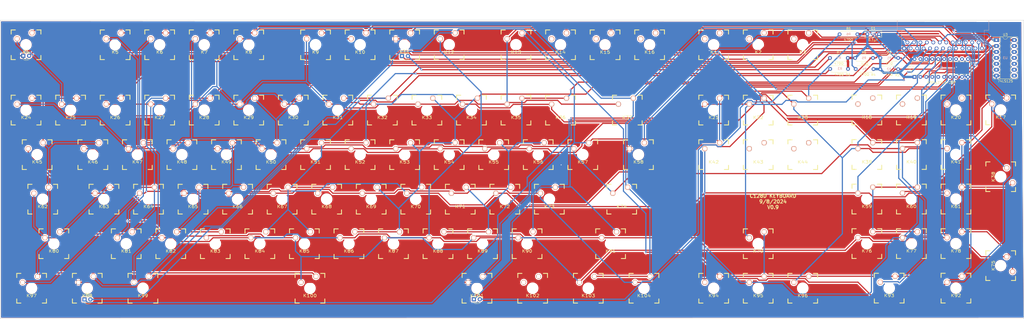
<source format=kicad_pcb>
(kicad_pcb (version 20221018) (generator pcbnew)
  (title_block (title "LH_104v3.3.3") (date "2019-04-07") (rev "3.3") (company "KE8DZW"))
  (layers (0 "F.Cu" signal) (31 "B.Cu" signal) (34 "B.Paste" user) (35 "F.Paste" user) (36 "B.SilkS" user "B.Silkscreen") (37 "F.SilkS" user "F.Silkscreen") (38 "B.Mask" user) (39 "F.Mask" user) (44 "Edge.Cuts" user))
  (net 0 "")
  (net 1 "Net-(D1-A)")
  (net 2 "Net-(D2-A)")
  (net 3 "Net-(D3-A)")
  (net 4 "PIN22")
  (net 5 "Net-(D4-A)")
  (net 11 "VCC")
  (net 14 "PIN12")
  (net 15 "PIN13")
  (net 16 "PIN8")
  (net 21 "PIN7")
  (net 30 "PIN6")
  (net 31 "PIN5")
  (net 32 "PIN21")
  (net 34 "PIN24")
  (net 35 "PIN1")
  (net 36 "PIN23")
  (net 37 "PIN9")
  (net 38 "PIN14")
  (net 39 "PIN10")
  (net 40 "PIN20")
  (net 41 "PIN11")
  (net 42 "PIN19")
  (net 43 "PIN18")
  (net 44 "PIN17")
  (net 45 "PIN16")
  (net 46 "PIN15")
  (net 47 "PIN3")
  (net 48 "PIN25")
  (net 49 "SHIFTLOCK")
  (net 50 "CAPSLED")
  (net 54 "SHIFTLED")
  (net 56 "4080LED")
  (net 59 "4080TOGGLE")
  (net 60 "CAPSLOCTOGGLE")
  (net 62 "~{LOCKOUT}")
  (footprint "pcb:CHERRY_PLATE_100H" (layer "F.Cu") (at 64.3255 133.731)
    (fp_text reference "K4")
    (fp_text value "ESC" hide)
  )
  (footprint "pcb:CHERRY_PLATE_100H" (layer "F.Cu") (at 102.4255 133.731)
    (fp_text reference "K5")
    (fp_text value "F1" hide)
  )
  (footprint "pcb:CHERRY_PLATE_100H" (layer "F.Cu") (at 121.4755 133.731)
    (fp_text reference "K6")
    (fp_text value "F3" hide)
  )
  (footprint "pcb:CHERRY_PLATE_100H" (layer "F.Cu") (at 140.5255 133.731)
    (fp_text reference "K7")
    (fp_text value "F5" hide)
  )
  (footprint "pcb:CHERRY_PLATE_100H" (layer "F.Cu") (at 159.5755 133.731)
    (fp_text reference "K8")
    (fp_text value "F7" hide)
  )
  (footprint "pcb:CHERRY_PLATE_100H" (layer "F.Cu") (at 188.1505 133.731)
    (fp_text reference "K9")
    (fp_text value "HELP" hide)
  )
  (footprint "pcb:CHERRY_PLATE_100H" (layer "F.Cu") (at 207.2005 133.731)
    (fp_text reference "K10")
    (fp_text value "LINEFEED" hide)
  )
  (footprint "pcb:CHERRY_PLATE_100H" (layer "F.Cu") (at 226.2505 133.731)
    (fp_text reference "K11")
    (fp_text value "4080" hide)
  )
  (footprint "pcb:CHERRY_PLATE_100H" (layer "F.Cu") (at 245.3005 133.731)
    (fp_text reference "K12")
    (fp_text value "NOSCROLL" hide)
  )
  (footprint "pcb:CHERRY_PLATE_100H" (layer "F.Cu") (at 273.8755 133.731)
    (fp_text reference "K13")
    (fp_text value "POUND" hide)
  )
  (footprint "pcb:CHERRY_PLATE_100H" (layer "F.Cu") (at 292.9255 133.731)
    (fp_text reference "K14")
    (fp_text value "DEAD" hide)
  )
  (footprint "pcb:CHERRY_PLATE_100H" (layer "F.Cu") (at 311.9755 133.731)
    (fp_text reference "K15")
    (fp_text value "DEAD" hide)
  )
  (footprint "pcb:CHERRY_PLATE_100H" (layer "F.Cu") (at 481.1903 161.5948)
    (fp_text reference "K17")
    (fp_text value "KEYPAD_MINUS" hide)
  )
  (footprint "pcb:CHERRY_PLATE_100H" (layer "F.Cu") (at 423.9514 161.6202)
    (fp_text reference "K18")
    (fp_text value "DEAD" hide)
  )
  (footprint "pcb:CHERRY_PLATE_100H" (layer "F.Cu") (at 443.0014 161.6202)
    (fp_text reference "K19")
    (fp_text value "DEAD" hide)
  )
  (footprint "pcb:CHERRY_PLATE_100H" (layer "F.Cu") (at 462.0514 161.6202)
    (fp_text reference "K20")
    (fp_text value "DEAD" hide)
  )
  (footprint "pcb:CHERRY_PLATE_100H" (layer "F.Cu") (at 102.4255 161.671)
    (fp_text reference "K26")
    (fp_text value "2" hide)
  )
  (footprint "pcb:CHERRY_PLATE_100H" (layer "F.Cu") (at 121.4755 161.671)
    (fp_text reference "K27")
    (fp_text value "3" hide)
  )
  (footprint "pcb:CHERRY_PLATE_100H" (layer "F.Cu") (at 140.5255 161.671)
    (fp_text reference "K28")
    (fp_text value "4" hide)
  )
  (footprint "pcb:CHERRY_PLATE_100H" (layer "F.Cu") (at 159.5755 161.671)
    (fp_text reference "K29")
    (fp_text value "5" hide)
  )
  (footprint "pcb:CHERRY_PLATE_100H" (layer "F.Cu") (at 178.6255 161.671)
    (fp_text reference "K30")
    (fp_text value "6" hide)
  )
  (footprint "pcb:CHERRY_PLATE_100H" (layer "F.Cu") (at 197.6755 161.671)
    (fp_text reference "K31")
    (fp_text value "7" hide)
  )
  (footprint "pcb:CHERRY_PLATE_100H" (layer "F.Cu") (at 216.7255 161.671)
    (fp_text reference "K32")
    (fp_text value "8" hide)
  )
  (footprint "pcb:CHERRY_PLATE_100H" (layer "F.Cu") (at 235.7755 161.671)
    (fp_text reference "K33")
    (fp_text value "9" hide)
  )
  (footprint "pcb:CHERRY_PLATE_100H" (layer "F.Cu") (at 254.8255 161.671)
    (fp_text reference "K34")
    (fp_text value "0" hide)
  )
  (footprint "pcb:CHERRY_PLATE_100H" (layer "F.Cu") (at 273.8755 161.671)
    (fp_text reference "K35")
    (fp_text value "+" hide)
  )
  (footprint "pcb:CHERRY_PLATE_100H" (layer "F.Cu") (at 292.9255 161.671)
    (fp_text reference "K36")
    (fp_text value "-" hide)
  )
  (footprint "pcb:CHERRY_PLATE_200H" (layer "F.Cu") (at 321.5005 161.671)
    (fp_text reference "K37")
    (fp_text value "INSDEL" hide)
  )
  (footprint "pcb:CHERRY_PLATE_200V" (layer "F.Cu") (at 481.1903 190.1698 180)
    (fp_text reference "K38")
    (fp_text value "KEYPAD_PLUS" hide)
  )
  (footprint "pcb:CHERRY_PLATE_100H" (layer "F.Cu") (at 423.9514 180.6702)
    (fp_text reference "K39")
    (fp_text value "KEYPAD_7" hide)
  )
  (footprint "pcb:CHERRY_PLATE_100H" (layer "F.Cu") (at 443.0014 180.6702)
    (fp_text reference "K40")
    (fp_text value "KEYPAD_8" hide)
  )
  (footprint "pcb:CHERRY_PLATE_100H" (layer "F.Cu") (at 462.0514 180.6702)
    (fp_text reference "K41")
    (fp_text value "KEYPAD_9" hide)
  )
  (footprint "pcb:CHERRY_PLATE_100H" (layer "F.Cu") (at 358.4321 180.721)
    (fp_text reference "K42")
    (fp_text value "=" hide)
  )
  (footprint "pcb:CHERRY_PLATE_100H" (layer "F.Cu") (at 377.4821 180.721)
    (fp_text reference "K43")
    (fp_text value "DEAD" hide)
  )
  (footprint "pcb:CHERRY_PLATE_100H" (layer "F.Cu") (at 396.5321 180.721)
    (fp_text reference "K44")
    (fp_text value "DEAD" hide)
  )
  (footprint "pcb:CHERRY_PLATE_100H" (layer "F.Cu") (at 92.9005 180.721)
    (fp_text reference "K46")
    (fp_text value "Q" hide)
  )
  (footprint "pcb:CHERRY_PLATE_100H" (layer "F.Cu") (at 111.9505 180.721)
    (fp_text reference "K47")
    (fp_text value "W" hide)
  )
  (footprint "pcb:CHERRY_PLATE_100H" (layer "F.Cu") (at 131.0005 180.721)
    (fp_text reference "K48")
    (fp_text value "E" hide)
  )
  (footprint "pcb:CHERRY_PLATE_100H" (layer "F.Cu") (at 150.0505 180.721)
    (fp_text reference "K49")
    (fp_text value "R" hide)
  )
  (footprint "pcb:CHERRY_PLATE_100H" (layer "F.Cu") (at 169.1005 180.721)
    (fp_text reference "K50")
    (fp_text value "T" hide)
  )
  (footprint "pcb:CHERRY_PLATE_100H" (layer "F.Cu") (at 188.1505 180.721)
    (fp_text reference "K51")
    (fp_text value "Y" hide)
  )
  (footprint "pcb:CHERRY_PLATE_100H" (layer "F.Cu") (at 207.2005 180.721)
    (fp_text reference "K52")
    (fp_text value "U" hide)
  )
  (footprint "pcb:CHERRY_PLATE_100H" (layer "F.Cu") (at 226.2505 180.721)
    (fp_text reference "K53")
    (fp_text value "I" hide)
  )
  (footprint "pcb:CHERRY_PLATE_100H" (layer "F.Cu") (at 245.3005 180.721)
    (fp_text reference "K54")
    (fp_text value "O" hide)
  )
  (footprint "pcb:CHERRY_PLATE_100H" (layer "F.Cu") (at 264.3505 180.721)
    (fp_text reference "K55")
    (fp_text value "P" hide)
  )
  (footprint "pcb:CHERRY_PLATE_100H" (layer "F.Cu") (at 283.4005 180.721)
    (fp_text reference "K56")
    (fp_text value "AT" hide)
  )
  (footprint "pcb:CHERRY_PLATE_100H" (layer "F.Cu") (at 302.4505 180.721)
    (fp_text reference "K57")
    (fp_text value "ASTERISK" hide)
  )
  (footprint "pcb:CHERRY_PLATE_150H" (layer "F.Cu") (at 326.2605 180.721)
    (fp_text reference "K58")
    (fp_text value "RESTORE" hide)
  )
  (footprint "pcb:CHERRY_PLATE_100H" (layer "F.Cu") (at 423.9514 199.7202)
    (fp_text reference "K59")
    (fp_text value "KEYPAD_4" hide)
  )
  (footprint "pcb:CHERRY_PLATE_100H" (layer "F.Cu") (at 443.0014 199.7202)
    (fp_text reference "K60")
    (fp_text value "KEYPAD_5" hide)
  )
  (footprint "pcb:CHERRY_PLATE_100H" (layer "F.Cu") (at 462.0514 199.7202)
    (fp_text reference "K61")
    (fp_text value "KEYPAD_6" hide)
  )
  (footprint "pcb:CHERRY_PLATE_100H" (layer "F.Cu") (at 97.6505 199.771)
    (fp_text reference "K63")
    (fp_text value "A" hide)
  )
  (footprint "pcb:CHERRY_PLATE_100H" (layer "F.Cu") (at 135.7505 199.771)
    (fp_text reference "K65")
    (fp_text value "D" hide)
  )
  (footprint "pcb:CHERRY_PLATE_100H" (layer "F.Cu") (at 154.8005 199.771)
    (fp_text reference "K66")
    (fp_text value "F" hide)
  )
  (footprint "pcb:CHERRY_PLATE_100H" (layer "F.Cu") (at 173.8505 199.771)
    (fp_text reference "K67")
    (fp_text value "G" hide)
  )
  (footprint "pcb:CHERRY_PLATE_100H" (layer "F.Cu") (at 192.9005 199.771)
    (fp_text reference "K68")
    (fp_text value "H" hide)
  )
  (footprint "pcb:CHERRY_PLATE_100H" (layer "F.Cu") (at 211.9505 199.771)
    (fp_text reference "K69")
    (fp_text value "J" hide)
  )
  (footprint "pcb:CHERRY_PLATE_100H" (layer "F.Cu") (at 231.0005 199.771)
    (fp_text reference "K70")
    (fp_text value "K" hide)
  )
  (footprint "pcb:CHERRY_PLATE_100H" (layer "F.Cu") (at 250.0505 199.771)
    (fp_text reference "K71")
    (fp_text value "L" hide)
  )
  (footprint "pcb:CHERRY_PLATE_100H" (layer "F.Cu") (at 269.1005 199.771)
    (fp_text reference "K72")
    (fp_text value ":" hide)
  )
  (footprint "pcb:CHERRY_PLATE_100H" (layer "F.Cu") (at 288.1505 199.771)
    (fp_text reference "K73")
    (fp_text value ";" hide)
  )
  (footprint "pcb:CHERRY_PLATE_225H" (layer "F.Cu") (at 319.1055 199.771)
    (fp_text reference "K74")
    (fp_text value "RETURN" hide)
  )
  (footprint "pcb:CHERRY_PLATE_200V" (layer "F.Cu") (at 481.1903 228.1936 180)
    (fp_text reference "K75")
    (fp_text value "KEYPAD_ENTER" hide)
  )
  (footprint "pcb:CHERRY_PLATE_100H" (layer "F.Cu") (at 423.9514 218.7702)
    (fp_text reference "K76")
    (fp_text value "KEYPAD_1" hide)
  )
  (footprint "pcb:CHERRY_PLATE_100H" (layer "F.Cu") (at 443.0014 218.7702)
    (fp_text reference "K77")
    (fp_text value "KEYPAD_2" hide)
  )
  (footprint "pcb:CHERRY_PLATE_100H" (layer "F.Cu") (at 462.0514 218.7702)
    (fp_text reference "K78")
    (fp_text value "KEYPAD_3" hide)
  )
  (footprint "pcb:CHERRY_PLATE_100H" (layer "F.Cu") (at 377.4821 218.821)
    (fp_text reference "K79")
    (fp_text value "KEYPAD_UP" hide)
  )
  (footprint "pcb:CHERRY_PLATE_100H" (layer "F.Cu") (at 107.1755 218.821)
    (fp_text reference "K81")
    (fp_text value "Z" hide)
  )
  (footprint "pcb:CHERRY_PLATE_100H" (layer "F.Cu") (at 126.2255 218.821)
    (fp_text reference "K82")
    (fp_text value "X" hide)
  )
  (footprint "pcb:CHERRY_PLATE_100H" (layer "F.Cu") (at 145.2755 218.821)
    (fp_text reference "K83")
    (fp_text value "C" hide)
  )
  (footprint "pcb:CHERRY_PLATE_100H" (layer "F.Cu") (at 164.3255 218.821)
    (fp_text reference "K84")
    (fp_text value "V" hide)
  )
  (footprint "pcb:CHERRY_PLATE_100H" (layer "F.Cu") (at 183.3755 218.821)
    (fp_text reference "K85")
    (fp_text value "B" hide)
  )
  (footprint "pcb:CHERRY_PLATE_100H" (layer "F.Cu") (at 202.4255 218.821)
    (fp_text reference "K86")
    (fp_text value "N" hide)
  )
  (footprint "pcb:CHERRY_PLATE_100H" (layer "F.Cu") (at 221.4755 218.821)
    (fp_text reference "K87")
    (fp_text value "M" hide)
  )
  (footprint "pcb:CHERRY_PLATE_100H" (layer "F.Cu") (at 240.5255 218.821)
    (fp_text reference "K88")
    (fp_text value "," hide)
  )
  (footprint "pcb:CHERRY_PLATE_100H" (layer "F.Cu") (at 259.5755 218.821)
    (fp_text reference "K89")
    (fp_text value "." hide)
  )
  (footprint "pcb:CHERRY_PLATE_100H" (layer "F.Cu") (at 278.6255 218.821)
    (fp_text reference "K90")
    (fp_text value "/" hide)
  )
  (footprint "pcb:CHERRY_PLATE_275H" (layer "F.Cu") (at 314.3405 218.821)
    (fp_text reference "K91")
    (fp_text value "RSHIFT" hide)
  )
  (footprint "pcb:CHERRY_PLATE_100H" (layer "F.Cu") (at 462.0514 237.8202)
    (fp_text reference "K92")
    (fp_text value "KEYPAD_DOT" hide)
  )
  (footprint "pcb:CHERRY_PLATE_200H" (layer "F.Cu") (at 433.5018 237.8202)
    (fp_text reference "K93")
    (fp_text value "KEYPAD_0" hide)
  )
  (footprint "pcb:CHERRY_PLATE_100H" (layer "F.Cu") (at 358.4321 237.871)
    (fp_text reference "K94")
    (fp_text value "KEYPAD_LEFT" hide)
  )
  (footprint "pcb:CHERRY_PLATE_100H" (layer "F.Cu") (at 377.4821 237.871)
    (fp_text reference "K95")
    (fp_text value "KEYPAD_DOWN" hide)
  )
  (footprint "pcb:CHERRY_PLATE_100H" (layer "F.Cu") (at 396.5321 237.871)
    (fp_text reference "K96")
    (fp_text value "KEYPAD_RIGHT" hide)
  )
  (footprint "pcb:CHERRY_PLATE_125H" (layer "F.Cu") (at 90.5105 237.871)
    (fp_text reference "K98")
    (fp_text value "CAPSLOCK" hide)
  )
  (footprint "pcb:CHERRY_PLATE_125H" (layer "F.Cu") (at 114.3205 237.871)
    (fp_text reference "K99")
    (fp_text value "ALT" hide)
  )
  (footprint "pcb:CHERRY_PLATE_625H" (layer "F.Cu") (at 185.7555 237.871)
    (fp_text reference "K100")
    (fp_text value "SPACE" hide)
  )
  (footprint "pcb:CHERRY_PLATE_125H" (layer "F.Cu") (at 257.1955 237.871)
    (fp_text reference "K101")
    (fp_text value "SHIFTLOCK" hide)
  )
  (footprint "pcb:CHERRY_PLATE_125H" (layer "F.Cu") (at 281.0055 237.871)
    (fp_text reference "K102")
    (fp_text value "DEAD" hide)
  )
  (footprint "pcb:CHERRY_PLATE_125H" (layer "F.Cu") (at 304.8155 237.871)
    (fp_text reference "K103")
    (fp_text value "CRSRUPDOWN" hide)
  )
  (footprint "pcb:CHERRY_PLATE_125H" (layer "F.Cu") (at 328.6255 237.871)
    (fp_text reference "K104")
    (fp_text value "CRSRLEFTRIGHT" hide)
  )
  (footprint "pcb:CHERRY_PLATE_100H" (layer "F.Cu") (at 358.4321 161.671)
    (fp_text reference "K21")
    (fp_text value "CLRHOME" hide)
  )
  (footprint "pcb:CHERRY_PLATE_100H" (layer "F.Cu") (at 396.5321 161.671)
    (fp_text reference "K23")
    (fp_text value "UPARROW" hide)
  )
  (footprint "pcb:CHERRY_PLATE_100H" (layer "F.Cu") (at 377.4821 161.671)
    (fp_text reference "K22")
    (fp_text value "TAB" hide)
  )
  (footprint "pcb:CHERRY_PLATE_100H" (layer "F.Cu") (at 358.4321 133.731)
    (fp_text reference "K1")
    (fp_text value "DEAD" hide)
  )
  (footprint "pcb:CHERRY_PLATE_100H" (layer "F.Cu") (at 377.4821 133.731)
    (fp_text reference "K2")
    (fp_text value "DEAD" hide)
  )
  (footprint "pcb:CHERRY_PLATE_100H" (layer "F.Cu") (at 396.5321 133.731)
    (fp_text reference "K3")
    (fp_text value "DEAD" hide)
  )
  (footprint "pcb:CHERRY_PLATE_150H" (layer "F.Cu") (at 69.0805 180.721)
    (fp_text reference "K45")
    (fp_text value "CONTROL" hide)
  )
  (footprint "pcb:CHERRY_PLATE_175H" (layer "F.Cu") (at 71.4635 199.771)
    (fp_text reference "K62")
    (fp_text value "RUNSTOP" hide)
  )
  (footprint "pcb:CHERRY_PLATE_225H" (layer "F.Cu") (at 76.2255 218.821)
    (fp_text reference "K80")
    (fp_text value "SHIFTL" hide)
  )
  (footprint "pcb:CHERRY_PLATE_125H" (layer "F.Cu") (at 66.7005 237.871)
    (fp_text reference "K97")
    (fp_text value "COMMODORE" hide)
  )
  (footprint "pcb:CHERRY_PLATE_100H" (layer "F.Cu") (at 116.7005 199.771)
    (fp_text reference "K64")
    (fp_text value "S" hide)
  )
  (footprint "pcb:CHERRY_PLATE_100H" (layer "F.Cu") (at 331.0255 133.731)
    (fp_text reference "K16")
    (fp_text value "DEAD" hide)
  )
  (footprint "pcb:CHERRY_PLATE_100H" (layer "F.Cu") (at 83.3755 161.671)
    (fp_text reference "K25")
    (fp_text value "1" hide)
  )
  (footprint "pcb:CHERRY_PLATE_100H" (layer "F.Cu") (at 64.3255 161.671)
    (fp_text reference "K24")
    (fp_text value "BACKARROW" hide)
  )
  (footprint "Resistor_THT:R_Axial_DIN0207_L6.3mm_D2.5mm_P7.62mm_Horizontal" (layer "F.Cu") (at 429.7172 139.3838)
    (fp_text reference "R1")
    (fp_text value "1KΩ")
  )
  (footprint "Package_DIP:DIP-14_W7.62mm_Socket_LongPads" (layer "F.Cu") (at 479.3588 131.7194)
    (fp_text reference "U3")
    (fp_text value "74LS125")
  )
  (footprint "Resistor_THT:R_Axial_DIN0207_L6.3mm_D2.5mm_P7.62mm_Horizontal" (layer "F.Cu") (at 429.6918 144.1958)
    (fp_text reference "R2")
    (fp_text value "1KΩ")
  )
  (footprint "Package_DIP:DIP-20_W7.62mm" (layer "F.Cu") (at 444.3272 147.4878 90)
    (fp_text reference "U1")
    (fp_text value "ATtiny2313-20P")
  )
  (footprint "LED_THT:LED_D3.0mm" (layer "F.Cu") (at 89.3218 242.6462)
    (fp_text reference "D1")
    (fp_text value "CAPS")
  )
  (footprint "Resistor_THT:R_Axial_DIN0207_L6.3mm_D2.5mm_P7.62mm_Horizontal" (layer "F.Cu") (at 408.2796 144.0688)
    (fp_text reference "R3")
    (fp_text value "470Ω")
  )
  (footprint "Resistor_THT:R_Axial_DIN0207_L6.3mm_D2.5mm_P7.62mm_Horizontal" (layer "F.Cu") (at 418.9472 139.3838)
    (fp_text reference "R5")
    (fp_text value "1KΩ")
  )
  (footprint "Capacitor_THT:C_Disc_D7.0mm_W2.5mm_P5.00mm" (layer "F.Cu") (at 424.1692 129.1844)
    (fp_text reference "C1")
    (fp_text value "0.1µF")
  )
  (footprint "Resistor_THT:R_Axial_DIN0207_L6.3mm_D2.5mm_P7.62mm_Horizontal" (layer "F.Cu") (at 419.1762 144.1196)
    (fp_text reference "R4")
    (fp_text value "470Ω")
  )
  (footprint "Resistor_THT:R_Axial_DIN0207_L6.3mm_D2.5mm_P7.62mm_Horizontal" (layer "F.Cu") (at 412.2928 129.2352)
    (fp_text reference "R6")
    (fp_text value "470Ω")
  )
  (footprint "LED_THT:LED_D3.0mm" (layer "F.Cu") (at 63.114 138.4554)
    (fp_text reference "D2")
    (fp_text value "Power")
  )
  (footprint "Resistor_THT:R_Axial_DIN0207_L6.3mm_D2.5mm_P7.62mm_Horizontal" (layer "F.Cu") (at 408.1772 139.3838)
    (fp_text reference "R7")
    (fp_text value "470Ω")
  )
  (footprint "LED_THT:LED_D3.0mm" (layer "F.Cu") (at 255.8746 242.57)
    (fp_text reference "D3")
    (fp_text value "SHIFT")
  )
  (footprint "LED_THT:LED_D3.0mm" (layer "F.Cu") (at 225.1152 138.5316)
    (fp_text reference "D4")
    (fp_text value "4080")
  )
  (footprint "Connector_Dsub:DSUB-25_Male_Horizontal_P2.77x2.54mm_EdgePinOffset9.40mm" (layer "B.Cu") (at 439.9146 135.2763)
    (fp_text reference "J1")
    (fp_text value "DB25_Male")
  )
  (gr_line (start 54.2163 123.2154) (end 116.0883 123.216) (stroke (width 0.15)) (layer "Edge.Cuts"))
  (gr_line (start 451.1173 123.2228) (end 134.0643 123.2154) (stroke (width 0.15)) (layer "Edge.Cuts"))
  (gr_line (start 53.5813 250.9774) (end 53.2638 250.9774) (stroke (width 0.15)) (layer "Edge.Cuts"))
  (gr_line (start 451.1173 123.2228) (end 491.0963 123.2154) (stroke (width 0.15)) (layer "Edge.Cuts"))
  (gr_line (start 491.0963 126.3904) (end 491.0963 125.7554) (stroke (width 0.15)) (layer "Edge.Cuts"))
  (gr_line (start 116.0883 123.216) (end 134.0643 123.2154) (stroke (width 0.15)) (layer "Edge.Cuts"))
  (gr_line (start 53.2638 250.2154) (end 53.2638 250.9774) (stroke (width 0.15)) (layer "Edge.Cuts"))
  (gr_line (start 54.2163 123.2154) (end 53.5813 123.2154) (stroke (width 0.15)) (layer "Edge.Cuts"))
  (gr_line (start 491.0963 250.9774) (end 491.0963 126.3904) (stroke (width 0.15)) (layer "Edge.Cuts"))
  (gr_line (start 53.5813 250.9774) (end 491.0963 250.9774) (stroke (width 0.15)) (layer "Edge.Cuts"))
  (gr_line (start 491.0963 123.2154) (end 491.0963 125.7554) (stroke (width 0.15)) (layer "Edge.Cuts"))
  (gr_line (start 53.2638 123.2154) (end 53.2638 250.2154) (stroke (width 0.15)) (layer "Edge.Cuts"))
  (gr_line (start 53.2638 123.2154) (end 53.5813 123.2154) (stroke (width 0.15)) (layer "Edge.Cuts"))
  (gr_text "C128D KEYBOARD\n9/8/2024\nV0.9" (at 383.794 200.8124) (layer "F.SilkS") (effects (font (size 1.5 1.5) (thickness 0.3))))
  (segment (start 406.2943 146.0541) (end 231.0561 146.0541) (width 0.5) (layer "F.Cu") (net 1))
  (segment (start 408.2796 144.0688) (end 406.2943 146.0541) (width 0.5) (layer "F.Cu") (net 1))
  (via (at 231.0561 146.0541) (size 0.8) (drill 0.4) (layers "F.Cu" "B.Cu") (net 1))
  (segment (start 222.2961 146.0541) (end 231.0561 146.0541) (width 0.5) (layer "B.Cu") (net 1))
  (segment (start 194.3024 174.0478) (end 222.2961 146.0541) (width 0.5) (layer "B.Cu") (net 1))
  (segment (start 91.8618 242.6462) (end 113.0634 242.6462) (width 0.5) (layer "B.Cu") (net 1))
  (segment (start 121.2552 234.2069) (end 143.4168 212.0453) (width 0.5) (layer "B.Cu") (net 1))
  (segment (start 143.4168 212.0453) (end 148.0506 212.0453) (width 0.5) (layer "B.Cu") (net 1))
  (segment (start 186.0481 174.0478) (end 194.3024 174.0478) (width 0.5) (layer "B.Cu") (net 1))
  (segment (start 148.0506 212.0453) (end 186.0481 174.0478) (width 0.5) (layer "B.Cu") (net 1))
  (segment (start 121.2552 234.4544) (end 121.2552 234.2069) (width 0.5) (layer "B.Cu") (net 1))
  (segment (start 113.0634 242.6462) (end 121.2552 234.4544) (width 0.5) (layer "B.Cu") (net 1))
  (segment (start 395.6376 138.082) (end 229.1385 138.082) (width 0.5) (layer "F.Cu") (net 2))
  (segment (start 418.9475 132.8416) (end 400.878 132.8416) (width 0.5) (layer "F.Cu") (net 2))
  (segment (start 229.1385 138.082) (end 228.1876 137.1311) (width 0.5) (layer "F.Cu") (net 2))
  (segment (start 66.9783 137.1311) (end 65.654 138.4554) (width 0.5) (layer "F.Cu") (net 2))
  (segment (start 400.878 132.8416) (end 395.6376 138.082) (width 0.5) (layer "F.Cu") (net 2))
  (segment (start 228.1876 137.1311) (end 66.9783 137.1311) (width 0.5) (layer "F.Cu") (net 2))
  (via (at 418.9475 132.8416) (size 0.8) (drill 0.4) (layers "F.Cu" "B.Cu") (net 2))
  (segment (start 419.1762 144.1196) (end 417.6541 142.5975) (width 0.5) (layer "B.Cu") (net 2))
  (segment (start 417.6541 134.135) (end 418.9475 132.8416) (width 0.5) (layer "B.Cu") (net 2))
  (segment (start 417.6541 142.5975) (end 417.6541 134.135) (width 0.5) (layer "B.Cu") (net 2))
  (segment (start 360.1692 177.2831) (end 361.5977 177.2831) (width 0.5) (layer "B.Cu") (net 3))
  (segment (start 258.4146 242.57) (end 320.4253 242.57) (width 0.5) (layer "B.Cu") (net 3))
  (segment (start 351.8315 214.2523) (end 351.8315 178.7168) (width 0.5) (layer "B.Cu") (net 3))
  (segment (start 375.2883 158.2072) (end 383.3208 158.2072) (width 0.5) (layer "B.Cu") (net 3))
  (segment (start 320.4253 242.57) (end 328.0348 234.9605) (width 0.5) (layer "B.Cu") (net 3))
  (segment (start 351.8315 178.7168) (end 353.9708 176.5775) (width 0.5) (layer "B.Cu") (net 3))
  (segment (start 353.9708 176.5775) (end 359.4636 176.5775) (width 0.5) (layer "B.Cu") (net 3))
  (segment (start 373.044 157.5041) (end 374.5852 157.5041) (width 0.5) (layer "B.Cu") (net 3))
  (segment (start 369.7812 169.0996) (end 369.7812 160.7669) (width 0.5) (layer "B.Cu") (net 3))
  (segment (start 331.1233 234.9605) (end 351.8315 214.2523) (width 0.5) (layer "B.Cu") (net 3))
  (segment (start 328.0348 234.9605) (end 331.1233 234.9605) (width 0.5) (layer "B.Cu") (net 3))
  (segment (start 383.3208 158.2072) (end 412.2928 129.2352) (width 0.5) (layer "B.Cu") (net 3))
  (segment (start 361.5977 177.2831) (end 369.7812 169.0996) (width 0.5) (layer "B.Cu") (net 3))
  (segment (start 359.4636 176.5775) (end 360.1692 177.2831) (width 0.5) (layer "B.Cu") (net 3))
  (segment (start 369.7812 160.7669) (end 373.044 157.5041) (width 0.5) (layer "B.Cu") (net 3))
  (segment (start 374.5852 157.5041) (end 375.2883 158.2072) (width 0.5) (layer "B.Cu") (net 3))
  (segment (start 66.8655 128.651) (end 68.5032 127.0133) (width 0.5) (layer "F.Cu") (net 4))
  (segment (start 473.2031 160.968) (end 477.6563 156.5148) (width 0.5) (layer "F.Cu") (net 4))
  (segment (start 464.5914 213.6902) (end 475.2956 213.6902) (width 0.5) (layer "F.Cu") (net 4))
  (segment (start 464.5914 175.5902) (end 467.7923 175.5902) (width 0.5) (layer "F.Cu") (net 4))
  (segment (start 484.3399 194.6402) (end 486.2703 192.7098) (width 0.5) (layer "F.Cu") (net 4))
  (segment (start 212.7579 125.6336) (end 209.7405 128.651) (width 0.5) (layer "F.Cu") (net 4))
  (segment (start 456.3569 125.6336) (end 212.7579 125.6336) (width 0.5) (layer "F.Cu") (net 4))
  (segment (start 477.6563 156.5148) (end 483.7303 156.5148) (width 0.5) (layer "F.Cu") (net 4))
  (segment (start 208.1028 127.0133) (end 209.7405 128.651) (width 0.5) (layer "F.Cu") (net 4))
  (segment (start 463.4596 132.7363) (end 456.3569 125.6336) (width 0.5) (layer "F.Cu") (net 4))
  (segment (start 467.7923 175.5902) (end 473.2031 170.1794) (width 0.5) (layer "F.Cu") (net 4))
  (segment (start 475.2956 213.6902) (end 486.2703 224.6649) (width 0.5) (layer "F.Cu") (net 4))
  (segment (start 486.2703 224.6649) (end 486.2703 230.7336) (width 0.5) (layer "F.Cu") (net 4))
  (segment (start 464.5914 194.6402) (end 484.3399 194.6402) (width 0.5) (layer "F.Cu") (net 4))
  (segment (start 68.5032 127.0133) (end 208.1028 127.0133) (width 0.5) (layer "F.Cu") (net 4))
  (segment (start 473.2031 170.1794) (end 473.2031 160.968) (width 0.5) (layer "F.Cu") (net 4))
  (segment (start 464.5914 194.6402) (end 464.5914 175.5902) (width 0.5) (layer "B.Cu") (net 4))
  (segment (start 476.5236 149.3081) (end 476.5236 134.6242) (width 0.5) (layer "B.Cu") (net 4))
  (segment (start 476.5236 134.6242) (end 472.659 130.7596) (width 0.5) (layer "B.Cu") (net 4))
  (segment (start 464.5914 213.6902) (end 464.5914 194.6402) (width 0.5) (layer "B.Cu") (net 4))
  (segment (start 465.3427 130.7596) (end 463.4596 132.6427) (width 0.5) (layer "B.Cu") (net 4))
  (segment (start 463.4596 132.6427) (end 463.4596 132.7363) (width 0.5) (layer "B.Cu") (net 4))
  (segment (start 472.659 130.7596) (end 465.3427 130.7596) (width 0.5) (layer "B.Cu") (net 4))
  (segment (start 483.7303 156.5148) (end 476.5236 149.3081) (width 0.5) (layer "B.Cu") (net 4))
  (segment (start 403.1662 144.3948) (end 233.5184 144.3948) (width 0.5) (layer "F.Cu") (net 5))
  (segment (start 408.1772 139.3838) (end 403.1662 144.3948) (width 0.5) (layer "F.Cu") (net 5))
  (via (at 233.5184 144.3948) (size 0.8) (drill 0.4) (layers "F.Cu" "B.Cu") (net 5))
  (segment (start 227.6552 138.5316) (end 233.5184 144.3948) (width 0.5) (layer "B.Cu") (net 5))
  (segment (start 477.8335 130.2193) (end 483.5786 130.2193) (width 1) (layer "F.Cu") (net 11))
  (segment (start 473.8083 136.7801) (end 475.5965 134.9919) (width 1) (layer "F.Cu") (net 11))
  (segment (start 418.9472 139.3838) (end 415.7972 139.3838) (width 1) (layer "F.Cu") (net 11))
  (segment (start 421.4637 129.1844) (end 421.4129 129.2352) (width 1) (layer "F.Cu") (net 11))
  (segment (start 415.7972 139.3838) (end 415.7972 140.8839) (width 1) (layer "F.Cu") (net 11))
  (segment (start 486.9788 131.7194) (end 485.0787 131.7194) (width 1) (layer "F.Cu") (net 11))
  (segment (start 424.1692 129.1844) (end 421.4637 129.1844) (width 1) (layer "F.Cu") (net 11))
  (segment (start 449.7284 136.7801) (end 473.8083 136.7801) (width 1) (layer "F.Cu") (net 11))
  (segment (start 483.5786 130.2193) (end 485.0787 131.7194) (width 1) (layer "F.Cu") (net 11))
  (segment (start 475.5965 134.9919) (end 475.5965 132.4563) (width 1) (layer "F.Cu") (net 11))
  (segment (start 475.5965 132.4563) (end 477.8335 130.2193) (width 1) (layer "F.Cu") (net 11))
  (segment (start 415.8996 144.0688) (end 415.8996 140.9863) (width 1) (layer "F.Cu") (net 11))
  (segment (start 448.2246 135.2763) (end 449.7284 136.7801) (width 1) (layer "F.Cu") (net 11))
  (segment (start 415.8996 140.9863) (end 415.7972 140.8839) (width 1) (layer "F.Cu") (net 11))
  (segment (start 419.9128 129.2352) (end 421.4129 129.2352) (width 1) (layer "F.Cu") (net 11))
  (segment (start 448.2246 135.2763) (end 448.2246 135.7101) (width 1) (layer "B.Cu") (net 11))
  (segment (start 429.6918 144.1958) (end 431.1977 145.7017) (width 1) (layer "B.Cu") (net 11))
  (segment (start 424.1692 129.1844) (end 424.1692 134.1618) (width 1) (layer "B.Cu") (net 11))
  (segment (start 437.9442 145.7017) (end 442.8271 140.8188) (width 1) (layer "B.Cu") (net 11))
  (segment (start 439.7303 147.4878) (end 444.3272 147.4878) (width 1) (layer "B.Cu") (net 11))
  (segment (start 431.1977 145.7017) (end 437.9442 145.7017) (width 1) (layer "B.Cu") (net 11))
  (segment (start 424.1692 134.1618) (end 424.4698 134.1618) (width 1) (layer "B.Cu") (net 11))
  (segment (start 442.8271 140.8188) (end 442.8271 139.8678) (width 1) (layer "B.Cu") (net 11))
  (segment (start 429.6918 144.1196) (end 429.6918 144.1958) (width 1) (layer "B.Cu") (net 11))
  (segment (start 444.3272 139.8678) (end 442.8271 139.8678) (width 1) (layer "B.Cu") (net 11))
  (segment (start 426.7962 144.1196) (end 428.2963 144.1196) (width 1) (layer "B.Cu") (net 11))
  (segment (start 437.9442 145.7017) (end 439.7303 147.4878) (width 1) (layer "B.Cu") (net 11))
  (segment (start 429.6918 139.3838) (end 429.7172 139.3838) (width 1) (layer "B.Cu") (net 11))
  (segment (start 424.4698 134.1618) (end 429.6918 139.3838) (width 1) (layer "B.Cu") (net 11))
  (segment (start 429.6918 139.3838) (end 429.6918 144.1196) (width 1) (layer "B.Cu") (net 11))
  (segment (start 444.3272 139.8678) (end 444.3272 138.3677) (width 1) (layer "B.Cu") (net 11))
  (segment (start 448.2246 135.7101) (end 445.567 138.3677) (width 1) (layer "B.Cu") (net 11))
  (segment (start 424.1692 134.1618) (end 418.9472 139.3838) (width 1) (layer "B.Cu") (net 11))
  (segment (start 429.6918 144.1196) (end 428.2963 144.1196) (width 1) (layer "B.Cu") (net 11))
  (segment (start 445.567 138.3677) (end 444.3272 138.3677) (width 1) (layer "B.Cu") (net 11))
  (segment (start 256.0505 157.5289) (end 257.6526 159.131) (width 0.5) (layer "F.Cu") (net 14))
  (segment (start 454.8956 127.9334) (end 459.4395 132.4773) (width 0.5) (layer "F.Cu") (net 14))
  (segment (start 215.3451 159.131) (end 231.9655 159.131) (width 0.5) (layer "F.Cu") (net 14))
  (segment (start 213.7134 160.7627) (end 215.3451 159.131) (width 0.5) (layer "F.Cu") (net 14))
  (segment (start 404.7149 130.4904) (end 426.0625 130.4904) (width 0.5) (layer "F.Cu") (net 14))
  (segment (start 201.6124 160.7627) (end 213.7134 160.7627) (width 0.5) (layer "F.Cu") (net 14))
  (segment (start 270.0655 131.191) (end 274.2049 127.0516) (width 0.5) (layer "F.Cu") (net 14))
  (segment (start 104.8864 159.131) (end 117.6655 159.131) (width 0.5) (layer "F.Cu") (net 14))
  (segment (start 193.8655 159.131) (end 199.9807 159.131) (width 0.5) (layer "F.Cu") (net 14))
  (segment (start 291.7051 157.505) (end 278.5202 157.505) (width 0.5) (layer "F.Cu") (net 14))
  (segment (start 469.0947 133.9864) (end 470.3846 135.2763) (width 0.5) (layer "F.Cu") (net 14))
  (segment (start 199.9807 159.131) (end 201.6124 160.7627) (width 0.5) (layer "F.Cu") (net 14))
  (segment (start 79.5655 159.131) (end 85.9155 159.131) (width 0.5) (layer "F.Cu") (net 14))
  (segment (start 124.0155 159.131) (end 125.6321 157.5144) (width 0.5) (layer "F.Cu") (net 14))
  (segment (start 117.6655 159.131) (end 124.0155 159.131) (width 0.5) (layer "F.Cu") (net 14))
  (segment (start 278.5202 157.505) (end 277.5943 158.4309) (width 0.5) (layer "F.Cu") (net 14))
  (segment (start 125.6321 157.5144) (end 141.5439 157.5144) (width 0.5) (layer "F.Cu") (net 14))
  (segment (start 460.1719 133.9864) (end 469.0947 133.9864) (width 0.5) (layer "F.Cu") (net 14))
  (segment (start 87.5321 157.5144) (end 103.2698 157.5144) (width 0.5) (layer "F.Cu") (net 14))
  (segment (start 143.1605 159.131) (end 155.7655 159.131) (width 0.5) (layer "F.Cu") (net 14))
  (segment (start 85.9155 159.131) (end 87.5321 157.5144) (width 0.5) (layer "F.Cu") (net 14))
  (segment (start 459.4395 132.4773) (end 459.4395 133.254) (width 0.5) (layer "F.Cu") (net 14))
  (segment (start 249.3613 157.5289) (end 256.0505 157.5289) (width 0.5) (layer "F.Cu") (net 14))
  (segment (start 401.2761 127.0516) (end 404.7149 130.4904) (width 0.5) (layer "F.Cu") (net 14))
  (segment (start 257.6526 159.131) (end 270.0655 159.131) (width 0.5) (layer "F.Cu") (net 14))
  (segment (start 103.2698 157.5144) (end 104.8864 159.131) (width 0.5) (layer "F.Cu") (net 14))
  (segment (start 141.5439 157.5144) (end 143.1605 159.131) (width 0.5) (layer "F.Cu") (net 14))
  (segment (start 277.5943 158.4309) (end 270.7656 158.4309) (width 0.5) (layer "F.Cu") (net 14))
  (segment (start 317.6905 159.131) (end 293.3311 159.131) (width 0.5) (layer "F.Cu") (net 14))
  (segment (start 274.2049 127.0516) (end 401.2761 127.0516) (width 0.5) (layer "F.Cu") (net 14))
  (segment (start 459.4395 133.254) (end 460.1719 133.9864) (width 0.5) (layer "F.Cu") (net 14))
  (segment (start 428.6195 127.9334) (end 454.8956 127.9334) (width 0.5) (layer "F.Cu") (net 14))
  (segment (start 270.7656 158.4309) (end 270.0655 159.131) (width 0.5) (layer "F.Cu") (net 14))
  (segment (start 426.0625 130.4904) (end 428.6195 127.9334) (width 0.5) (layer "F.Cu") (net 14))
  (segment (start 293.3311 159.131) (end 291.7051 157.505) (width 0.5) (layer "F.Cu") (net 14))
  (segment (start 247.7592 159.131) (end 249.3613 157.5289) (width 0.5) (layer "F.Cu") (net 14))
  (segment (start 231.9655 159.131) (end 247.7592 159.131) (width 0.5) (layer "F.Cu") (net 14))
  (segment (start 60.5155 133.4646) (end 60.5155 131.191) (width 0.5) (layer "B.Cu") (net 14))
  (segment (start 270.0655 159.131) (end 270.0655 131.191) (width 0.5) (layer "B.Cu") (net 14))
  (segment (start 79.5655 159.131) (end 79.5655 150.4574) (width 0.5) (layer "B.Cu") (net 14))
  (segment (start 193.8655 159.131) (end 184.258 149.5235) (width 0.5) (layer "B.Cu") (net 14))
  (segment (start 120.8382 180.6717) (end 120.8382 213.7116) (width 0.5) (layer "B.Cu") (net 14))
  (segment (start 79.5655 150.4574) (end 65.9959 136.8878) (width 0.5) (layer "B.Cu") (net 14))
  (segment (start 63.9387 136.8878) (end 60.5155 133.4646) (width 0.5) (layer "B.Cu") (net 14))
  (segment (start 120.8382 213.7116) (end 110.5105 224.0393) (width 0.5) (layer "B.Cu") (net 14))
  (segment (start 110.5105 224.0393) (end 110.5105 235.331) (width 0.5) (layer "B.Cu") (net 14))
  (segment (start 65.9959 136.8878) (end 63.9387 136.8878) (width 0.5) (layer "B.Cu") (net 14))
  (segment (start 117.6655 177.499) (end 120.8382 180.6717) (width 0.5) (layer "B.Cu") (net 14))
  (segment (start 184.258 149.5235) (end 184.258 131.2735) (width 0.5) (layer "B.Cu") (net 14))
  (segment (start 155.7655 159.131) (end 165.373 149.5235) (width 0.5) (layer "B.Cu") (net 14))
  (segment (start 184.258 131.2735) (end 184.3405 131.191) (width 0.5) (layer "B.Cu") (net 14))
  (segment (start 117.6655 159.131) (end 117.6655 177.499) (width 0.5) (layer "B.Cu") (net 14))
  (segment (start 165.373 149.5235) (end 184.258 149.5235) (width 0.5) (layer "B.Cu") (net 14))
  (segment (start 162.1155 128.651) (end 143.0655 128.651) (width 0.5) (layer "F.Cu") (net 15))
  (segment (start 468.8109 128.0054) (end 473.1546 132.3491) (width 0.5) (layer "F.Cu") (net 15))
  (segment (start 143.0655 128.651) (end 124.0155 128.651) (width 0.5) (layer "F.Cu") (net 15))
  (segment (start 124.0155 128.651) (end 104.9655 128.651) (width 0.5) (layer "F.Cu") (net 15))
  (segment (start 473.1546 132.3491) (end 473.1546 135.2763) (width 0.5) (layer "F.Cu") (net 15))
  (segment (start 331.1655 232.791) (end 307.3555 232.791) (width 0.5) (layer "F.Cu") (net 15))
  (segment (start 461.4441 128.0054) (end 468.8109 128.0054) (width 0.5) (layer "F.Cu") (net 15))
  (via (at 461.4441 128.0054) (size 0.8) (drill 0.4) (layers "F.Cu" "B.Cu") (net 15))
  (segment (start 331.1655 232.791) (end 331.1655 204.211) (width 0.5) (layer "B.Cu") (net 15))
  (segment (start 280.0713 126.3277) (end 164.4388 126.3277) (width 0.5) (layer "B.Cu") (net 15))
  (segment (start 354.2988 126.3327) (end 459.7714 126.3327) (width 0.5) (layer "B.Cu") (net 15))
  (segment (start 321.6455 194.691) (end 320.8516 193.8971) (width 0.5) (layer "B.Cu") (net 15))
  (segment (start 324.0405 156.591) (end 310.3346 156.591) (width 0.5) (layer "B.Cu") (net 15))
  (segment (start 324.0405 156.591) (end 354.2988 126.3327) (width 0.5) (layer "B.Cu") (net 15))
  (segment (start 459.7714 126.3327) (end 461.4441 128.0054) (width 0.5) (layer "B.Cu") (net 15))
  (segment (start 331.1655 204.211) (end 321.6455 194.691) (width 0.5) (layer "B.Cu") (net 15))
  (segment (start 320.8516 193.8971) (end 320.8516 167.318) (width 0.5) (layer "B.Cu") (net 15))
  (segment (start 310.3346 156.591) (end 280.0713 126.3277) (width 0.5) (layer "B.Cu") (net 15))
  (segment (start 320.8516 167.318) (end 324.0405 164.1291) (width 0.5) (layer "B.Cu") (net 15))
  (segment (start 324.0405 164.1291) (end 324.0405 156.591) (width 0.5) (layer "B.Cu") (net 15))
  (segment (start 164.4388 126.3277) (end 162.1155 128.651) (width 0.5) (layer "B.Cu") (net 15))
  (segment (start 439.1914 216.2302) (end 439.8916 215.53) (width 0.5) (layer "F.Cu") (net 16))
  (segment (start 141.4655 216.281) (end 140.7653 215.5808) (width 0.5) (layer "F.Cu") (net 16))
  (segment (start 454.7762 215.53) (end 455.7232 214.583) (width 0.5) (layer "F.Cu") (net 16))
  (segment (start 117.763 209.0885) (end 108.1223 209.0885) (width 0.5) (layer "F.Cu") (net 16))
  (segment (start 351.073 216.281) (end 355.2763 220.4843) (width 0.5) (layer "F.Cu") (net 16))
  (segment (start 275.7549 214.6804) (end 277.3555 216.281) (width 0.5) (layer "F.Cu") (net 16))
  (segment (start 271.0859 214.6804) (end 275.7549 214.6804) (width 0.5) (layer "F.Cu") (net 16))
  (segment (start 463.0392 214.583) (end 472.8398 224.3836) (width 0.5) (layer "F.Cu") (net 16))
  (segment (start 310.5305 216.281) (end 351.073 216.281) (width 0.5) (layer "F.Cu") (net 16))
  (segment (start 455.7232 214.583) (end 463.0392 214.583) (width 0.5) (layer "F.Cu") (net 16))
  (segment (start 158.8872 215.3693) (end 142.3772 215.3693) (width 0.5) (layer "F.Cu") (net 16))
  (segment (start 124.2553 215.5808) (end 117.763 209.0885) (width 0.5) (layer "F.Cu") (net 16))
  (segment (start 142.3772 215.3693) (end 141.4655 216.281) (width 0.5) (layer "F.Cu") (net 16))
  (segment (start 472.8398 224.3836) (end 483.7303 224.3836) (width 0.5) (layer "F.Cu") (net 16))
  (segment (start 255.7655 216.281) (end 256.4657 215.5808) (width 0.5) (layer "F.Cu") (net 16))
  (segment (start 159.5754 214.6811) (end 158.8872 215.3693) (width 0.5) (layer "F.Cu") (net 16))
  (segment (start 140.7653 215.5808) (end 124.2553 215.5808) (width 0.5) (layer "F.Cu") (net 16))
  (segment (start 179.5655 216.281) (end 166.2987 216.281) (width 0.5) (layer "F.Cu") (net 16))
  (segment (start 164.6988 214.6811) (end 159.5754 214.6811) (width 0.5) (layer "F.Cu") (net 16))
  (segment (start 277.3555 216.281) (end 310.5305 216.281) (width 0.5) (layer "F.Cu") (net 16))
  (segment (start 166.2987 216.281) (end 164.6988 214.6811) (width 0.5) (layer "F.Cu") (net 16))
  (segment (start 270.1855 215.5808) (end 271.0859 214.6804) (width 0.5) (layer "F.Cu") (net 16))
  (segment (start 256.4657 215.5808) (end 270.1855 215.5808) (width 0.5) (layer "F.Cu") (net 16))
  (segment (start 439.8916 215.53) (end 454.7762 215.53) (width 0.5) (layer "F.Cu") (net 16))
  (via (at 108.1223 209.0885) (size 0.8) (drill 0.4) (layers "F.Cu" "B.Cu") (net 16))
  (via (at 355.2763 220.4843) (size 0.8) (drill 0.4) (layers "F.Cu" "B.Cu") (net 16))
  (segment (start 373.6721 235.331) (end 388.1077 235.331) (width 0.5) (layer "B.Cu") (net 16))
  (segment (start 114.5066 179.3763) (end 112.1566 177.0263) (width 0.5) (layer "B.Cu") (net 16))
  (segment (start 112.1566 177.0263) (end 112.1566 139.9992) (width 0.5) (layer "B.Cu") (net 16))
  (segment (start 424.9646 240.3304) (end 425.9072 239.3878) (width 0.5) (layer "B.Cu") (net 16))
  (segment (start 370.123 235.331) (end 373.6721 235.331) (width 0.5) (layer "B.Cu") (net 16))
  (segment (start 455.7572 143.0476) (end 455.7572 138.8237) (width 0.5) (layer "B.Cu") (net 16))
  (segment (start 445.4565 198.696) (end 437.5803 190.8198) (width 0.5) (layer "B.Cu") (net 16))
  (segment (start 437.5803 175.107) (end 448.1044 164.5829) (width 0.5) (layer "B.Cu") (net 16))
  (segment (start 435.356 216.2302) (end 439.1914 216.2302) (width 0.5) (layer "B.Cu") (net 16))
  (segment (start 453.2172 149.6549) (end 453.2172 145.5876) (width 0.5) (layer "B.Cu") (net 16))
  (segment (start 108.1223 209.0885) (end 108.1223 204.7617) (width 0.5) (layer "B.Cu") (net 16))
  (segment (start 233.7977 216.281) (end 238.8023 221.2856) (width 0.5) (layer "B.Cu") (net 16))
  (segment (start 425.9072 239.3878) (end 425.9072 230.8606) (width 0.5) (layer "B.Cu") (net 16))
  (segment (start 112.1566 139.9992) (end 103.3484 131.191) (width 0.5) (layer "B.Cu") (net 16))
  (segment (start 355.2763 220.4843) (end 370.123 235.331) (width 0.5) (layer "B.Cu") (net 16))
  (segment (start 432.054 224.7138) (end 432.054 219.5322) (width 0.5) (layer "B.Cu") (net 16))
  (segment (start 432.054 219.5322) (end 435.356 216.2302) (width 0.5) (layer "B.Cu") (net 16))
  (segment (start 425.9072 230.8606) (end 432.054 224.7138) (width 0.5) (layer "B.Cu") (net 16))
  (segment (start 448.1044 164.5829) (end 448.1044 154.7677) (width 0.5) (layer "B.Cu") (net 16))
  (segment (start 238.8023 221.2856) (end 250.7609 221.2856) (width 0.5) (layer "B.Cu") (net 16))
  (segment (start 108.1223 204.7617) (end 114.5066 198.3774) (width 0.5) (layer "B.Cu") (net 16))
  (segment (start 209.6037 224.3428) (end 217.6655 216.281) (width 0.5) (layer "B.Cu") (net 16))
  (segment (start 181.9455 235.331) (end 181.9455 224.3428) (width 0.5) (layer "B.Cu") (net 16))
  (segment (start 439.1914 216.2302) (end 445.4565 209.9651) (width 0.5) (layer "B.Cu") (net 16))
  (segment (start 250.7609 221.2856) (end 255.7655 216.281) (width 0.5) (layer "B.Cu") (net 16))
  (segment (start 448.1044 154.7677) (end 453.2172 149.6549) (width 0.5) (layer "B.Cu") (net 16))
  (segment (start 455.7572 138.8237) (end 459.3046 135.2763) (width 0.5) (layer "B.Cu") (net 16))
  (segment (start 103.3484 131.191) (end 98.6155 131.191) (width 0.5) (layer "B.Cu") (net 16))
  (segment (start 181.9455 224.3428) (end 209.6037 224.3428) (width 0.5) (layer "B.Cu") (net 16))
  (segment (start 437.5803 190.8198) (end 437.5803 175.107) (width 0.5) (layer "B.Cu") (net 16))
  (segment (start 388.1077 235.331) (end 393.1071 240.3304) (width 0.5) (layer "B.Cu") (net 16))
  (segment (start 114.5066 198.3774) (end 114.5066 179.3763) (width 0.5) (layer "B.Cu") (net 16))
  (segment (start 217.6655 216.281) (end 233.7977 216.281) (width 0.5) (layer "B.Cu") (net 16))
  (segment (start 108.1223 211.5242) (end 108.1223 209.0885) (width 0.5) (layer "B.Cu") (net 16))
  (segment (start 181.9455 224.3428) (end 179.5655 221.9628) (width 0.5) (layer "B.Cu") (net 16))
  (segment (start 453.2172 145.5876) (end 455.7572 143.0476) (width 0.5) (layer "B.Cu") (net 16))
  (segment (start 445.4565 209.9651) (end 445.4565 198.696) (width 0.5) (layer "B.Cu") (net 16))
  (segment (start 393.1071 240.3304) (end 424.9646 240.3304) (width 0.5) (layer "B.Cu") (net 16))
  (segment (start 103.3655 216.281) (end 108.1223 211.5242) (width 0.5) (layer "B.Cu") (net 16))
  (segment (start 179.5655 221.9628) (end 179.5655 216.281) (width 0.5) (layer "B.Cu") (net 16))
  (segment (start 348.7771 202.9368) (end 354.6221 197.0918) (width 0.5) (layer "F.Cu") (net 21))
  (segment (start 270.017 197.231) (end 275.7228 202.9368) (width 0.5) (layer "F.Cu") (net 21))
  (segment (start 151.6907 196.5308) (end 168.2547 196.5308) (width 0.5) (layer "F.Cu") (net 21))
  (segment (start 424.9559 197.1802) (end 420.1414 197.1802) (width 0.5) (layer "F.Cu") (net 21))
  (segment (start 131.2782 195.628) (end 136.7825 195.628) (width 0.5) (layer "F.Cu") (net 21))
  (segment (start 227.1905 197.231) (end 240.6765 197.231) (width 0.5) (layer "F.Cu") (net 21))
  (segment (start 265.2905 197.231) (end 270.017 197.231) (width 0.5) (layer "F.Cu") (net 21))
  (segment (start 354.6221 197.0918) (end 420.053 197.0918) (width 0.5) (layer "F.Cu") (net 21))
  (segment (start 136.7825 195.628) (end 138.3855 197.231) (width 0.5) (layer "F.Cu") (net 21))
  (segment (start 440.3506 198.7835) (end 426.5592 198.7835) (width 0.5) (layer "F.Cu") (net 21))
  (segment (start 168.2547 196.5308) (end 169.1502 195.6353) (width 0.5) (layer "F.Cu") (net 21))
  (segment (start 240.6765 197.231) (end 245.6606 202.2151) (width 0.5) (layer "F.Cu") (net 21))
  (segment (start 172.5666 195.6353) (end 173.2619 196.3306) (width 0.5) (layer "F.Cu") (net 21))
  (segment (start 138.3855 197.231) (end 150.9905 197.231) (width 0.5) (layer "F.Cu") (net 21))
  (segment (start 426.5592 198.7835) (end 424.9559 197.1802) (width 0.5) (layer "F.Cu") (net 21))
  (segment (start 458.2414 197.1802) (end 441.9539 197.1802) (width 0.5) (layer "F.Cu") (net 21))
  (segment (start 115.0215 197.231) (end 115.8178 196.4347) (width 0.5) (layer "F.Cu") (net 21))
  (segment (start 112.8905 197.231) (end 115.0215 197.231) (width 0.5) (layer "F.Cu") (net 21))
  (segment (start 169.1502 195.6353) (end 172.5666 195.6353) (width 0.5) (layer "F.Cu") (net 21))
  (segment (start 173.2619 196.3306) (end 178.0013 196.3306) (width 0.5) (layer "F.Cu") (net 21))
  (segment (start 130.4715 196.4347) (end 131.2782 195.628) (width 0.5) (layer "F.Cu") (net 21))
  (segment (start 150.9905 197.231) (end 151.6907 196.5308) (width 0.5) (layer "F.Cu") (net 21))
  (segment (start 441.9539 197.1802) (end 440.3506 198.7835) (width 0.5) (layer "F.Cu") (net 21))
  (segment (start 115.8178 196.4347) (end 130.4715 196.4347) (width 0.5) (layer "F.Cu") (net 21))
  (segment (start 245.6606 202.2151) (end 260.3064 202.2151) (width 0.5) (layer "F.Cu") (net 21))
  (segment (start 260.3064 202.2151) (end 265.2905 197.231) (width 0.5) (layer "F.Cu") (net 21))
  (segment (start 275.7228 202.9368) (end 348.7771 202.9368) (width 0.5) (layer "F.Cu") (net 21))
  (segment (start 420.053 197.0918) (end 420.1414 197.1802) (width 0.5) (layer "F.Cu") (net 21))
  (via (at 354.6221 197.0918) (size 0.8) (drill 0.4) (layers "F.Cu" "B.Cu") (net 21))
  (via (at 178.0013 196.3306) (size 0.8) (drill 0.4) (layers "F.Cu" "B.Cu") (net 21))
  (via (at 115.8178 196.4347) (size 0.8) (drill 0.4) (layers "F.Cu" "B.Cu") (net 21))
  (segment (start 112.8973 176.7767) (end 112.8973 135.9592) (width 0.5) (layer "B.Cu") (net 21))
  (segment (start 115.8178 179.6972) (end 112.8973 176.7767) (width 0.5) (layer "B.Cu") (net 21))
  (segment (start 193.2278 193.0937) (end 189.0905 197.231) (width 0.5) (layer "B.Cu") (net 21))
  (segment (start 354.6221 197.0918) (end 354.6221 178.181) (width 0.5) (layer "B.Cu") (net 21))
  (segment (start 420.1414 190.0964) (end 447.4042 162.8336) (width 0.5) (layer "B.Cu") (net 21))
  (segment (start 447.4042 153.1586) (end 450.6772 149.8856) (width 0.5) (layer "B.Cu") (net 21))
  (segment (start 453.2172 142.5919) (end 453.2172 138.5937) (width 0.5) (layer "B.Cu") (net 21))
  (segment (start 447.4042 162.8336) (end 447.4042 153.1586) (width 0.5) (layer "B.Cu") (net 21))
  (segment (start 74.7905 235.331) (end 112.8905 197.231) (width 0.5) (layer "B.Cu") (net 21))
  (segment (start 62.8905 235.331) (end 74.7905 235.331) (width 0.5) (layer "B.Cu") (net 21))
  (segment (start 453.2172 138.5937) (end 456.5346 135.2763) (width 0.5) (layer "B.Cu") (net 21))
  (segment (start 189.0905 197.231) (end 188.1901 196.3306) (width 0.5) (layer "B.Cu") (net 21))
  (segment (start 450.6772 149.8856) (end 450.6772 145.1319) (width 0.5) (layer "B.Cu") (net 21))
  (segment (start 227.1905 197.231) (end 223.0532 193.0937) (width 0.5) (layer "B.Cu") (net 21))
  (segment (start 450.6772 145.1319) (end 453.2172 142.5919) (width 0.5) (layer "B.Cu") (net 21))
  (segment (start 223.0532 193.0937) (end 193.2278 193.0937) (width 0.5) (layer "B.Cu") (net 21))
  (segment (start 112.8973 135.9592) (end 117.6655 131.191) (width 0.5) (layer "B.Cu") (net 21))
  (segment (start 354.6221 197.0918) (end 354.4262 197.2877) (width 0.5) (layer "B.Cu") (net 21))
  (segment (start 188.1901 196.3306) (end 178.0013 196.3306) (width 0.5) (layer "B.Cu") (net 21))
  (segment (start 420.1414 197.1802) (end 420.1414 190.0964) (width 0.5) (layer "B.Cu") (net 21))
  (segment (start 354.4262 235.1351) (end 354.6221 235.331) (width 0.5) (layer "B.Cu") (net 21))
  (segment (start 115.8178 196.4347) (end 115.8178 179.6972) (width 0.5) (layer "B.Cu") (net 21))
  (segment (start 354.4262 197.2877) (end 354.4262 235.1351) (width 0.5) (layer "B.Cu") (net 21))
  (segment (start 95.5083 179.7843) (end 93.905 178.181) (width 0.5) (layer "F.Cu") (net 30))
  (segment (start 367.7523 167.3612) (end 376.7449 158.3686) (width 0.5) (layer "F.Cu") (net 30))
  (segment (start 93.905 178.181) (end 89.0905 178.181) (width 0.5) (layer "F.Cu") (net 30))
  (segment (start 223.5718 179.8122) (end 210.4764 179.8122) (width 0.5) (layer "F.Cu") (net 30))
  (segment (start 458.2414 178.1302) (end 441.9539 178.1302) (width 0.5) (layer "F.Cu") (net 30))
  (segment (start 203.3905 178.181) (end 187.103 178.181) (width 0.5) (layer "F.Cu") (net 30))
  (segment (start 441.9539 178.1302) (end 440.3506 179.7335) (width 0.5) (layer "F.Cu") (net 30))
  (segment (start 387.8826 154.2915) (end 392.7221 159.131) (width 0.5) (layer "F.Cu") (net 30))
  (segment (start 279.5905 178.181) (end 287.6295 178.181) (width 0.5) (layer "F.Cu") (net 30))
  (segment (start 440.3506 179.7335) (end 426.5592 179.7335) (width 0.5) (layer "F.Cu") (net 30))
  (segment (start 311.0086 167.3612) (end 367.7523 167.3612) (width 0.5) (layer "F.Cu") (net 30))
  (segment (start 424.9559 178.1302) (end 420.1414 178.1302) (width 0.5) (layer "F.Cu") (net 30))
  (segment (start 208.8452 178.181) (end 203.3905 178.181) (width 0.5) (layer "F.Cu") (net 30))
  (segment (start 110.903 178.181) (end 109.2997 179.7843) (width 0.5) (layer "F.Cu") (net 30))
  (segment (start 109.2997 179.7843) (end 95.5083 179.7843) (width 0.5) (layer "F.Cu") (net 30))
  (segment (start 261.6972 179.7868) (end 251.1353 179.7868) (width 0.5) (layer "F.Cu") (net 30))
  (segment (start 225.1155 178.2685) (end 223.5718 179.8122) (width 0.5) (layer "F.Cu") (net 30))
  (segment (start 127.1905 178.181) (end 110.903 178.181) (width 0.5) (layer "F.Cu") (net 30))
  (segment (start 171.7083 179.7843) (end 170.105 178.181) (width 0.5) (layer "F.Cu") (net 30))
  (segment (start 241.403 178.2685) (end 225.1155 178.2685) (width 0.5) (layer "F.Cu") (net 30))
  (segment (start 249.5295 178.181) (end 241.4905 178.181) (width 0.5) (layer "F.Cu") (net 30))
  (segment (start 287.6295 178.181) (end 289.2231 179.7746) (width 0.5) (layer "F.Cu") (net 30))
  (segment (start 302.1067 177.022) (end 302.1067 176.2631) (width 0.5) (layer "F.Cu") (net 30))
  (segment (start 187.103 178.181) (end 185.4997 179.7843) (width 0.5) (layer "F.Cu") (net 30))
  (segment (start 241.4905 178.181) (end 241.403 178.2685) (width 0.5) (layer "F.Cu") (net 30))
  (segment (start 376.7449 158.3686) (end 376.7449 156.6249) (width 0.5) (layer "F.Cu") (net 30))
  (segment (start 210.4764 179.8122) (end 208.8452 178.181) (width 0.5) (layer "F.Cu") (net 30))
  (segment (start 279.5905 178.181) (end 263.303 178.181) (width 0.5) (layer "F.Cu") (net 30))
  (segment (start 299.3541 179.7746) (end 302.1067 177.022) (width 0.5) (layer "F.Cu") (net 30))
  (segment (start 251.1353 179.7868) (end 249.5295 178.181) (width 0.5) (layer "F.Cu") (net 30))
  (segment (start 376.7449 156.6249) (end 379.0783 154.2915) (width 0.5) (layer "F.Cu") (net 30))
  (segment (start 302.1067 176.2631) (end 311.0086 167.3612) (width 0.5) (layer "F.Cu") (net 30))
  (segment (start 263.303 178.181) (end 261.6972 179.7868) (width 0.5) (layer "F.Cu") (net 30))
  (segment (start 426.5592 179.7335) (end 424.9559 178.1302) (width 0.5) (layer "F.Cu") (net 30))
  (segment (start 170.105 178.181) (end 165.2905 178.181) (width 0.5) (layer "F.Cu") (net 30))
  (segment (start 289.2231 179.7746) (end 299.3541 179.7746) (width 0.5) (layer "F.Cu") (net 30))
  (segment (start 379.0783 154.2915) (end 387.8826 154.2915) (width 0.5) (layer "F.Cu") (net 30))
  (segment (start 185.4997 179.7843) (end 171.7083 179.7843) (width 0.5) (layer "F.Cu") (net 30))
  (segment (start 392.7221 159.131) (end 392.7221 161.3711) (width 0.5) (layer "B.Cu") (net 30))
  (segment (start 450.6772 141.8477) (end 450.6772 138.3637) (width 0.5) (layer "B.Cu") (net 30))
  (segment (start 420.1414 175.4652) (end 445.5774 150.0292) (width 0.5) (layer "B.Cu") (net 30))
  (segment (start 445.5774 146.9475) (end 450.6772 141.8477) (width 0.5) (layer "B.Cu") (net 30))
  (segment (start 413.4788 214.5743) (end 392.7221 235.331) (width 0.5) (layer "B.Cu") (net 30))
  (segment (start 135.1198 132.7867) (end 136.7155 131.191) (width 0.5) (layer "B.Cu") (net 30))
  (segment (start 392.7221 161.3711) (end 413.4788 182.1278) (width 0.5) (layer "B.Cu") (net 30))
  (segment (start 420.1414 178.1302) (end 420.1414 175.4652) (width 0.5) (layer "B.Cu") (net 30))
  (segment (start 450.6772 138.3637) (end 453.7646 135.2763) (width 0.5) (layer "B.Cu") (net 30))
  (segment (start 417.4764 178.1302) (end 420.1414 178.1302) (width 0.5) (layer "B.Cu") (net 30))
  (segment (start 161.1289 174.0194) (end 135.1198 174.0194) (width 0.5) (layer "B.Cu") (net 30))
  (segment (start 413.4788 182.1278) (end 417.4764 178.1302) (width 0.5) (layer "B.Cu") (net 30))
  (segment (start 131.3521 174.0194) (end 127.1905 178.181) (width 0.5) (layer "B.Cu") (net 30))
  (segment (start 445.5774 150.0292) (end 445.5774 146.9475) (width 0.5) (layer "B.Cu") (net 30))
  (segment (start 135.1198 174.0194) (end 135.1198 132.7867) (width 0.5) (layer "B.Cu") (net 30))
  (segment (start 165.2905 178.181) (end 161.1289 174.0194) (width 0.5) (layer "B.Cu") (net 30))
  (segment (start 135.1198 174.0194) (end 131.3521 174.0194) (width 0.5) (layer "B.Cu") (net 30))
  (segment (start 413.4788 182.1278) (end 413.4788 214.5743) (width 0.5) (layer "B.Cu") (net 30))
  (segment (start 439.801 148.844) (end 439.801 147.066) (width 0.5) (layer "F.Cu") (net 31))
  (segment (start 289.1155 159.2185) (end 289.1155 161.3708) (width 0.5) (layer "F.Cu") (net 31))
  (segment (start 103.8961 159.131) (end 108.8868 164.1217) (width 0.5) (layer "F.Cu") (net 31))
  (segment (start 439.801 147.066) (end 441.452 145.415) (width 0.5) (layer "F.Cu") (net 31))
  (segment (start 347.092 166.6611) (end 354.6221 159.131) (width 0.5) (layer "F.Cu") (net 31))
  (segment (start 294.4838 166.7391) (end 296.9587 166.7391) (width 0.5) (layer "F.Cu") (net 31))
  (segment (start 162.5942 131.191) (end 155.7655 131.191) (width 0.5) (layer "F.Cu") (net 31))
  (segment (start 297.0367 166.6611) (end 347.092 166.6611) (width 0.5) (layer "F.Cu") (net 31))
  (segment (start 108.8868 164.1217) (end 131.7248 164.1217) (width 0.5) (layer "F.Cu") (net 31))
  (segment (start 271.2248 160.7343) (end 258.2656 160.7343) (width 0.5) (layer "F.Cu") (net 31))
  (segment (start 354.6221 159.131) (end 373.6721 159.131) (width 0.5) (layer "F.Cu") (net 31))
  (segment (start 181.6442 159.131) (end 183.2408 157.5344) (width 0.5) (layer "F.Cu") (net 31))
  (segment (start 131.7248 164.1217) (end 136.7155 159.131) (width 0.5) (layer "F.Cu") (net 31))
  (segment (start 98.6155 159.131) (end 103.8961 159.131) (width 0.5) (layer "F.Cu") (net 31))
  (segment (start 289.1155 159.2185) (end 289.1155 159.131) (width 0.5) (layer "F.Cu") (net 31))
  (segment (start 207.192 159.131) (end 212.9155 159.131) (width 0.5) (layer "F.Cu") (net 31))
  (segment (start 174.8155 159.131) (end 181.6442 159.131) (width 0.5) (layer "F.Cu") (net 31))
  (segment (start 183.2408 157.5344) (end 197.726 157.5344) (width 0.5) (layer "F.Cu") (net 31))
  (segment (start 187.7539 129.588) (end 164.1972 129.588) (width 0.5) (layer "F.Cu") (net 31))
  (segment (start 289.1155 161.3708) (end 294.4838 166.7391) (width 0.5) (layer "F.Cu") (net 31))
  (segment (start 256.6623 159.131) (end 251.0155 159.131) (width 0.5) (layer "F.Cu") (net 31))
  (segment (start 206.4918 158.4308) (end 207.192 159.131) (width 0.5) (layer "F.Cu") (net 31))
  (segment (start 296.9587 166.7391) (end 297.0367 166.6611) (width 0.5) (layer "F.Cu") (net 31))
  (segment (start 189.3569 131.191) (end 187.7539 129.588) (width 0.5) (layer "F.Cu") (net 31))
  (segment (start 198.6224 158.4308) (end 206.4918 158.4308) (width 0.5) (layer "F.Cu") (net 31))
  (segment (start 203.3905 131.191) (end 189.3569 131.191) (width 0.5) (layer "F.Cu") (net 31))
  (segment (start 272.7406 159.2185) (end 271.2248 160.7343) (width 0.5) (layer "F.Cu") (net 31))
  (segment (start 197.726 157.5344) (end 198.6224 158.4308) (width 0.5) (layer "F.Cu") (net 31))
  (segment (start 289.1155 159.2185) (end 272.7406 159.2185) (width 0.5) (layer "F.Cu") (net 31))
  (segment (start 164.1972 129.588) (end 162.5942 131.191) (width 0.5) (layer "F.Cu") (net 31))
  (segment (start 258.2656 160.7343) (end 256.6623 159.131) (width 0.5) (layer "F.Cu") (net 31))
  (via (at 441.452 145.415) (size 0.8) (drill 0.4) (layers "F.Cu" "B.Cu") (net 31))
  (via (at 439.801 148.844) (size 0.8) (drill 0.4) (layers "F.Cu" "B.Cu") (net 31))
  (segment (start 145.9474 141.0091) (end 155.7655 131.191) (width 0.5) (layer "B.Cu") (net 31))
  (segment (start 145.9474 151.6163) (end 145.9474 141.0091) (width 0.5) (layer "B.Cu") (net 31))
  (segment (start 373.4491 159.354) (end 372.0637 160.7394) (width 0.5) (layer "B.Cu") (net 31))
  (segment (start 443.0881 145.415) (end 441.452 145.415) (width 0.5) (layer "B.Cu") (net 31))
  (segment (start 224.8694 154.9959) (end 246.8804 154.9959) (width 0.5) (layer "B.Cu") (net 31))
  (segment (start 373.6721 159.131) (end 373.4491 159.354) (width 0.5) (layer "B.Cu") (net 31))
  (segment (start 161.4617 154.9776) (end 158.6928 157.7465) (width 0.5) (layer "B.Cu") (net 31))
  (segment (start 212.9155 159.131) (end 220.7343 159.131) (width 0.5) (layer "B.Cu") (net 31))
  (segment (start 424.5185 148.7895) (end 439.6591 148.7895) (width 0.5) (layer "B.Cu") (net 31))
  (segment (start 393.6622 157.5311) (end 394.337 158.2059) (width 0.5) (layer "B.Cu") (net 31))
  (segment (start 448.1372 140.3659) (end 448.1372 138.1337) (width 0.5) (layer "B.Cu") (net 31))
  (segment (start 155.0743 160.7432) (end 145.9474 151.6163) (width 0.5) (layer "B.Cu") (net 31))
  (segment (start 389.3296 157.5311) (end 393.6622 157.5311) (width 0.5) (layer "B.Cu") (net 31))
  (segment (start 158.6928 158.4569) (end 156.4065 160.7432) (width 0.5) (layer "B.Cu") (net 31))
  (segment (start 170.6621 154.9776) (end 161.4617 154.9776) (width 0.5) (layer "B.Cu") (net 31))
  (segment (start 144.2302 151.6163) (end 136.7155 159.131) (width 0.5) (layer "B.Cu") (net 31))
  (segment (start 145.9474 151.6163) (end 144.2302 151.6163) (width 0.5) (layer "B.Cu") (net 31))
  (segment (start 448.1372 140.3659) (end 443.0881 145.415) (width 0.5) (layer "B.Cu") (net 31))
  (segment (start 415.1021 158.2059) (end 424.5185 148.7895) (width 0.5) (layer "B.Cu") (net 31))
  (segment (start 439.6591 148.7895) (end 439.801 148.844) (width 0.5) (layer "B.Cu") (net 31))
  (segment (start 439.801 148.844) (end 439.7681 148.7895) (width 0.5) (layer "B.Cu") (net 31))
  (segment (start 448.1372 138.1337) (end 450.9946 135.2763) (width 0.5) (layer "B.Cu") (net 31))
  (segment (start 387.6337 159.227) (end 389.3296 157.5311) (width 0.5) (layer "B.Cu") (net 31))
  (segment (start 158.6928 157.7465) (end 158.6928 158.4569) (width 0.5) (layer "B.Cu") (net 31))
  (segment (start 394.337 158.2059) (end 415.1021 158.2059) (width 0.5) (layer "B.Cu") (net 31))
  (segment (start 220.7343 159.131) (end 224.8694 154.9959) (width 0.5) (layer "B.Cu") (net 31))
  (segment (start 246.8804 154.9959) (end 251.0155 159.131) (width 0.5) (layer "B.Cu") (net 31))
  (segment (start 439.7681 148.7895) (end 439.7136 148.7895) (width 0.5) (layer "B.Cu") (net 31))
  (segment (start 174.8155 159.131) (end 170.6621 154.9776) (width 0.5) (layer "B.Cu") (net 31))
  (segment (start 373.5761 159.227) (end 387.6337 159.227) (width 0.5) (layer "B.Cu") (net 31))
  (segment (start 372.0637 214.6726) (end 373.6721 216.281) (width 0.5) (layer "B.Cu") (net 31))
  (segment (start 156.4065 160.7432) (end 155.0743 160.7432) (width 0.5) (layer "B.Cu") (net 31))
  (segment (start 372.0637 160.7394) (end 372.0637 214.6726) (width 0.5) (layer "B.Cu") (net 31))
  (segment (start 373.4491 159.354) (end 373.5761 159.227) (width 0.5) (layer "B.Cu") (net 31))
  (segment (start 417.7928 166.8916) (end 426.4914 175.5902) (width 0.5) (layer "F.Cu") (net 32))
  (segment (start 445.5414 213.6902) (end 426.4914 213.6902) (width 0.5) (layer "F.Cu") (net 32))
  (segment (start 229.1506 136.4309) (end 229.9058 137.1861) (width 0.5) (layer "F.Cu") (net 32))
  (segment (start 445.5414 175.5902) (end 426.4914 175.5902) (width 0.5) (layer "F.Cu") (net 32))
  (segment (start 207.2005 128.651) (end 214.9804 136.4309) (width 0.5) (layer "F.Cu") (net 32))
  (segment (start 214.9804 136.4309) (end 229.1506 136.4309) (width 0.5) (layer "F.Cu") (net 32))
  (segment (start 380.0221 156.591) (end 390.3227 166.8916) (width 0.5) (layer "F.Cu") (net 32))
  (segment (start 190.6905 128.651) (end 207.2005 128.651) (width 0.5) (layer "F.Cu") (net 32))
  (segment (start 390.3227 166.8916) (end 417.7928 166.8916) (width 0.5) (layer "F.Cu") (net 32))
  (segment (start 229.9058 137.1861) (end 360.6172 137.1861) (width 0.5) (layer "F.Cu") (net 32))
  (segment (start 426.4914 194.6402) (end 445.5414 194.6402) (width 0.5) (layer "F.Cu") (net 32))
  (via (at 360.6172 137.1861) (size 0.8) (drill 0.4) (layers "F.Cu" "B.Cu") (net 32))
  (segment (start 380.0221 156.591) (end 360.6172 137.1861) (width 0.5) (layer "B.Cu") (net 32))
  (segment (start 458.2774 148.9913) (end 458.2774 138.0834) (width 0.5) (layer "B.Cu") (net 32))
  (segment (start 445.5414 175.5902) (end 449.1545 171.9771) (width 0.5) (layer "B.Cu") (net 32))
  (segment (start 449.1545 171.9771) (end 449.1545 158.1142) (width 0.5) (layer "B.Cu") (net 32))
  (segment (start 449.1545 158.1142) (end 458.2774 148.9913) (width 0.5) (layer "B.Cu") (net 32))
  (segment (start 445.5414 194.6402) (end 445.5414 175.5902) (width 0.5) (layer "B.Cu") (net 32))
  (segment (start 426.4914 213.6902) (end 426.4914 194.6402) (width 0.5) (layer "B.Cu") (net 32))
  (segment (start 460.6896 135.6712) (end 460.6896 132.7363) (width 0.5) (layer "B.Cu") (net 32))
  (segment (start 458.2774 138.0834) (end 460.6896 135.6712) (width 0.5) (layer "B.Cu") (net 32))
  (segment (start 469.9817 141.6065) (end 466.7221 144.8661) (width 0.5) (layer "F.Cu") (net 34))
  (segment (start 450.6573 146.9698) (end 450.6573 147.4878) (width 0.5) (layer "F.Cu") (net 34))
  (segment (start 458.1116 144.8661) (end 457.2867 145.691) (width 0.5) (layer "F.Cu") (net 34))
  (segment (start 466.7221 144.8661) (end 458.1116 144.8661) (width 0.5) (layer "F.Cu") (net 34))
  (segment (start 457.2867 145.691) (end 451.9361 145.691) (width 0.5) (layer "F.Cu") (net 34))
  (segment (start 449.4072 147.4878) (end 450.6573 147.4878) (width 0.5) (layer "F.Cu") (net 34))
  (segment (start 451.9361 145.691) (end 450.6573 146.9698) (width 0.5) (layer "F.Cu") (net 34))
  (via (at 469.9817 141.6065) (size 0.8) (drill 0.4) (layers "F.Cu" "B.Cu") (net 34))
  (segment (start 468.9996 132.7363) (end 468.9996 135.6593) (width 0.5) (layer "B.Cu") (net 34))
  (segment (start 468.9996 135.6593) (end 469.9817 136.6414) (width 0.5) (layer "B.Cu") (net 34))
  (segment (start 469.9817 136.6414) (end 469.9817 141.6065) (width 0.5) (layer "B.Cu") (net 34))
  (segment (start 93.7088 235.331) (end 95.1796 233.8602) (width 0.5) (layer "F.Cu") (net 35))
  (segment (start 456.921 137.9461) (end 458.2972 139.3223) (width 0.5) (layer "F.Cu") (net 35))
  (segment (start 458.2972 140.3852) (end 461.1992 143.2872) (width 0.5) (layer "F.Cu") (net 35))
  (segment (start 183.041 233.6991) (end 184.6729 235.331) (width 0.5) (layer "F.Cu") (net 35))
  (segment (start 396.3092 129.5955) (end 397.9042 131.1905) (width 0.5) (layer "F.Cu") (net 35))
  (segment (start 184.6729 235.331) (end 253.3855 235.331) (width 0.5) (layer "F.Cu") (net 35))
  (segment (start 356.5424 136.1887) (end 378.4906 136.1887) (width 0.5) (layer "F.Cu") (net 35))
  (segment (start 458.2972 139.3223) (end 458.2972 140.3852) (width 0.5) (layer "F.Cu") (net 35))
  (segment (start 479.3588 146.9594) (end 477.7087 146.9594) (width 0.5) (layer "F.Cu") (net 35))
  (segment (start 467.1872 147.4878) (end 477.1803 147.4878) (width 0.5) (layer "F.Cu") (net 35))
  (segment (start 86.7005 235.331) (end 93.7088 235.331) (width 0.5) (layer "F.Cu") (net 35))
  (segment (start 322.4505 178.181) (end 315.5364 185.0951) (width 0.5) (layer "F.Cu") (net 35))
  (segment (start 356.5424 136.1887) (end 232.2527 136.1887) (width 0.5) (layer "F.Cu") (net 35))
  (segment (start 443.522 137.9461) (end 456.921 137.9461) (width 0.5) (layer "F.Cu") (net 35))
  (segment (start 378.4906 136.1887) (end 385.0838 129.5955) (width 0.5) (layer "F.Cu") (net 35))
  (segment (start 385.0838 129.5955) (end 396.3092 129.5955) (width 0.5) (layer "F.Cu") (net 35))
  (segment (start 427.1631 131.1905) (end 429.1692 129.1844) (width 0.5) (layer "F.Cu") (net 35))
  (segment (start 95.1796 233.8602) (end 111.8227 233.8602) (width 0.5) (layer "F.Cu") (net 35))
  (segment (start 441.1647 135.2763) (end 441.1647 135.5888) (width 0.5) (layer "F.Cu") (net 35))
  (segment (start 118.6842 233.6991) (end 183.041 233.6991) (width 0.5) (layer "F.Cu") (net 35))
  (segment (start 112.2545 234.292) (end 118.0913 234.292) (width 0.5) (layer "F.Cu") (net 35))
  (segment (start 477.1803 147.4878) (end 477.7087 146.9594) (width 0.5) (layer "F.Cu") (net 35))
  (segment (start 397.9042 131.1905) (end 427.1631 131.1905) (width 0.5) (layer "F.Cu") (net 35))
  (segment (start 232.2527 136.1887) (end 227.255 131.191) (width 0.5) (layer "F.Cu") (net 35))
  (segment (start 227.255 131.191) (end 222.4405 131.191) (width 0.5) (layer "F.Cu") (net 35))
  (segment (start 118.0913 234.292) (end 118.6842 233.6991) (width 0.5) (layer "F.Cu") (net 35))
  (segment (start 439.9146 135.2763) (end 441.1647 135.2763) (width 0.5) (layer "F.Cu") (net 35))
  (segment (start 315.5364 185.0951) (end 293.2058 185.0951) (width 0.5) (layer "F.Cu") (net 35))
  (segment (start 441.1647 135.5888) (end 443.522 137.9461) (width 0.5) (layer "F.Cu") (net 35))
  (segment (start 111.8227 233.8602) (end 112.2545 234.292) (width 0.5) (layer "F.Cu") (net 35))
  (segment (start 461.1992 143.2872) (end 462.2545 143.2872) (width 0.5) (layer "F.Cu") (net 35))
  (via (at 462.2545 143.2872) (size 0.8) (drill 0.4) (layers "F.Cu" "B.Cu") (net 35))
  (via (at 293.2058 185.0951) (size 0.8) (drill 0.4) (layers "F.Cu" "B.Cu") (net 35))
  (via (at 356.5424 136.1887) (size 0.8) (drill 0.4) (layers "F.Cu" "B.Cu") (net 35))
  (segment (start 270.8517 207.4492) (end 293.2058 185.0951) (width 0.5) (layer "B.Cu") (net 35))
  (segment (start 439.9146 135.2763) (end 438.6645 135.2763) (width 0.5) (layer "B.Cu") (net 35))
  (segment (start 465.9371 146.9698) (end 462.2545 143.2872) (width 0.5) (layer "B.Cu") (net 35))
  (segment (start 322.4505 178.181) (end 322.4505 170.2806) (width 0.5) (layer "B.Cu") (net 35))
  (segment (start 467.1872 147.4878) (end 465.9371 147.4878) (width 0.5) (layer "B.Cu") (net 35))
  (segment (start 432.5726 129.1844) (end 438.6645 135.2763) (width 0.5) (layer "B.Cu") (net 35))
  (segment (start 429.1692 129.1844) (end 432.5726 129.1844) (width 0.5) (layer "B.Cu") (net 35))
  (segment (start 322.4505 170.2806) (end 356.5424 136.1887) (width 0.5) (layer "B.Cu") (net 35))
  (segment (start 259.359 235.331) (end 270.8517 223.8383) (width 0.5) (layer "B.Cu") (net 35))
  (segment (start 465.9371 147.4878) (end 465.9371 146.9698) (width 0.5) (layer "B.Cu") (net 35))
  (segment (start 270.8517 223.8383) (end 270.8517 207.4492) (width 0.5) (layer "B.Cu") (net 35))
  (segment (start 253.3855 235.331) (end 259.359 235.331) (width 0.5) (layer "B.Cu") (net 35))
  (segment (start 329.4256 222.4846) (end 350.6657 222.4846) (width 0.5) (layer "F.Cu") (net 36))
  (segment (start 360.9721 232.791) (end 380.0221 232.791) (width 0.5) (layer "F.Cu") (net 36))
  (segment (start 399.0721 232.791) (end 380.0221 232.791) (width 0.5) (layer "F.Cu") (net 36))
  (segment (start 350.6657 222.4846) (end 360.9721 232.791) (width 0.5) (layer "F.Cu") (net 36))
  (segment (start 399.0721 232.791) (end 399.1229 232.7402) (width 0.5) (layer "F.Cu") (net 36))
  (segment (start 399.1229 232.7402) (end 464.5914 232.7402) (width 0.5) (layer "F.Cu") (net 36))
  (via (at 329.4256 222.4846) (size 0.8) (drill 0.4) (layers "F.Cu" "B.Cu") (net 36))
  (segment (start 241.248 128.651) (end 233.3268 136.5722) (width 0.5) (layer "B.Cu") (net 36))
  (segment (start 468.4374 140.9584) (end 468.4315 140.9643) (width 0.5) (layer "B.Cu") (net 36))
  (segment (start 249.4636 127.0279) (end 277.0733 127.0279) (width 0.5) (layer "B.Cu") (net 36))
  (segment (start 224.5638 136.5722) (end 221.0342 140.1018) (width 0.5) (layer "B.Cu") (net 36))
  (segment (start 466.2296 137.1423) (end 468.4374 139.3501) (width 0.5) (layer "B.Cu") (net 36))
  (segment (start 154.674 203.4413) (end 146.2101 203.4413) (width 0.5) (layer "B.Cu") (net 36))
  (segment (start 277.0733 127.0279) (end 319.8477 169.8023) (width 0.5) (layer "B.Cu") (net 36))
  (segment (start 221.0342 140.1018) (end 221.0342 141.7739) (width 0.5) (layer "B.Cu") (net 36))
  (segment (start 233.3268 136.5722) (end 224.5638 136.5722) (width 0.5) (layer "B.Cu") (net 36))
  (segment (start 468.4374 139.3501) (end 468.4374 140.9584) (width 0.5) (layer "B.Cu") (net 36))
  (segment (start 380.0221 232.791) (end 380.0221 213.741) (width 0.5) (layer "B.Cu") (net 36))
  (segment (start 247.8405 128.651) (end 249.4636 127.0279) (width 0.5) (layer "B.Cu") (net 36))
  (segment (start 247.8405 128.651) (end 241.248 128.651) (width 0.5) (layer "B.Cu") (net 36))
  (segment (start 221.0342 141.7739) (end 197.8527 164.9554) (width 0.5) (layer "B.Cu") (net 36))
  (segment (start 329.4256 205.9153) (end 329.4256 222.4846) (width 0.5) (layer "B.Cu") (net 36))
  (segment (start 468.4315 140.9643) (end 468.4315 142.2487) (width 0.5) (layer "B.Cu") (net 36))
  (segment (start 468.4374 142.2546) (end 468.4374 219.3692) (width 0.5) (layer "B.Cu") (net 36))
  (segment (start 197.8527 164.9554) (end 193.1599 164.9554) (width 0.5) (layer "B.Cu") (net 36))
  (segment (start 468.4374 219.3692) (end 468.4374 228.8942) (width 0.5) (layer "B.Cu") (net 36))
  (segment (start 319.8477 169.8023) (end 319.8477 196.3374) (width 0.5) (layer "B.Cu") (net 36))
  (segment (start 146.2101 203.4414) (end 116.8605 232.791) (width 0.5) (layer "B.Cu") (net 36))
  (segment (start 319.8477 196.3374) (end 329.4256 205.9153) (width 0.5) (layer "B.Cu") (net 36))
  (segment (start 193.1599 164.9554) (end 154.674 203.4413) (width 0.5) (layer "B.Cu") (net 36))
  (segment (start 468.4315 142.2487) (end 468.4374 142.2546) (width 0.5) (layer "B.Cu") (net 36))
  (segment (start 468.4374 228.8942) (end 464.5914 232.7402) (width 0.5) (layer "B.Cu") (net 36))
  (segment (start 466.2296 132.7363) (end 466.2296 137.1423) (width 0.5) (layer "B.Cu") (net 36))
  (segment (start 146.2101 203.4413) (end 146.2101 203.4414) (width 0.5) (layer "B.Cu") (net 36))
  (segment (start 204.9655 216.281) (end 206.5821 214.6644) (width 0.5) (layer "F.Cu") (net 37))
  (segment (start 426.5687 217.843) (end 440.4395 217.843) (width 0.5) (layer "F.Cu") (net 37))
  (segment (start 78.7655 216.281) (end 80.3821 214.6644) (width 0.5) (layer "F.Cu") (net 37))
  (segment (start 258.528 216.281) (end 256.9337 217.8753) (width 0.5) (layer "F.Cu") (net 37))
  (segment (start 128.8428 217.8938) (end 127.23 216.281) (width 0.5) (layer "F.Cu") (net 37))
  (segment (start 243.1243 217.8753) (end 241.53 216.281) (width 0.5) (layer "F.Cu") (net 37))
  (segment (start 144.3264 216.281) (end 142.7136 217.8938) (width 0.5) (layer "F.Cu") (net 37))
  (segment (start 142.7136 217.8938) (end 128.8428 217.8938) (width 0.5) (layer "F.Cu") (net 37))
  (segment (start 256.9337 217.8753) (end 243.1243 217.8753) (width 0.5) (layer "F.Cu") (net 37))
  (segment (start 420.1414 216.2302) (end 424.9559 216.2302) (width 0.5) (layer "F.Cu") (net 37))
  (segment (start 314.702 221.6345) (end 301.0055 235.331) (width 0.5) (layer "F.Cu") (net 37))
  (segment (start 127.23 216.281) (end 122.4155 216.281) (width 0.5) (layer "F.Cu") (net 37))
  (segment (start 218.5889 214.6644) (end 220.2055 216.281) (width 0.5) (layer "F.Cu") (net 37))
  (segment (start 420.1414 216.2302) (end 414.7371 221.6345) (width 0.5) (layer "F.Cu") (net 37))
  (segment (start 274.8155 216.281) (end 258.528 216.281) (width 0.5) (layer "F.Cu") (net 37))
  (segment (start 414.7371 221.6345) (end 314.702 221.6345) (width 0.5) (layer "F.Cu") (net 37))
  (segment (start 198.6155 216.281) (end 204.9655 216.281) (width 0.5) (layer "F.Cu") (net 37))
  (segment (start 107.6866 214.6644) (end 109.3032 216.281) (width 0.5) (layer "F.Cu") (net 37))
  (segment (start 109.3032 216.281) (end 122.4155 216.281) (width 0.5) (layer "F.Cu") (net 37))
  (segment (start 80.3821 214.6644) (end 107.6866 214.6644) (width 0.5) (layer "F.Cu") (net 37))
  (segment (start 206.5821 214.6644) (end 218.5889 214.6644) (width 0.5) (layer "F.Cu") (net 37))
  (segment (start 72.4155 216.281) (end 78.7655 216.281) (width 0.5) (layer "F.Cu") (net 37))
  (segment (start 442.0523 216.2302) (end 458.2414 216.2302) (width 0.5) (layer "F.Cu") (net 37))
  (segment (start 440.4395 217.843) (end 442.0523 216.2302) (width 0.5) (layer "F.Cu") (net 37))
  (segment (start 160.5155 216.281) (end 144.3264 216.281) (width 0.5) (layer "F.Cu") (net 37))
  (segment (start 424.9559 216.2302) (end 426.5687 217.843) (width 0.5) (layer "F.Cu") (net 37))
  (segment (start 241.53 216.281) (end 236.7155 216.281) (width 0.5) (layer "F.Cu") (net 37))
  (segment (start 220.2055 216.281) (end 236.7155 216.281) (width 0.5) (layer "F.Cu") (net 37))
  (segment (start 236.7155 194.6019) (end 258.9592 172.3582) (width 0.5) (layer "B.Cu") (net 37))
  (segment (start 458.2414 216.2302) (end 456.6261 214.6149) (width 0.5) (layer "B.Cu") (net 37))
  (segment (start 462.0746 132.3366) (end 462.0746 135.2763) (width 0.5) (layer "B.Cu") (net 37))
  (segment (start 241.4905 136.4164) (end 241.4905 131.191) (width 0.5) (layer "B.Cu") (net 37))
  (segment (start 464.3518 130.0594) (end 462.0746 132.3366) (width 0.5) (layer "B.Cu") (net 37))
  (segment (start 180.5106 214.6861) (end 182.1055 216.281) (width 0.5) (layer "B.Cu") (net 37))
  (segment (start 174.2867 216.281) (end 175.8816 214.6861) (width 0.5) (layer "B.Cu") (net 37))
  (segment (start 460.8174 154.1858) (end 460.8174 136.5335) (width 0.5) (layer "B.Cu") (net 37))
  (segment (start 477.7087 136.7994) (end 477.7087 134.819) (width 0.5) (layer "B.Cu") (net 37))
  (segment (start 67.6535 211.519) (end 67.6535 197.231) (width 0.5) (layer "B.Cu") (net 37))
  (segment (start 477.7087 134.819) (end 472.9491 130.0594) (width 0.5) (layer "B.Cu") (net 37))
  (segment (start 236.7155 216.281) (end 236.7155 194.6019) (width 0.5) (layer "B.Cu") (net 37))
  (segment (start 175.8816 214.6861) (end 180.5106 214.6861) (width 0.5) (layer "B.Cu") (net 37))
  (segment (start 460.8174 136.5335) (end 462.0746 135.2763) (width 0.5) (layer "B.Cu") (net 37))
  (segment (start 301.0055 235.331) (end 281.9555 216.281) (width 0.5) (layer "B.Cu") (net 37))
  (segment (start 258.9592 153.8851) (end 241.4905 136.4164) (width 0.5) (layer "B.Cu") (net 37))
  (segment (start 258.9592 172.3582) (end 258.9592 153.8851) (width 0.5) (layer "B.Cu") (net 37))
  (segment (start 456.6261 158.3771) (end 460.8174 154.1858) (width 0.5) (layer "B.Cu") (net 37))
  (segment (start 456.6261 214.6149) (end 456.6261 158.3771) (width 0.5) (layer "B.Cu") (net 37))
  (segment (start 281.9555 216.281) (end 274.8155 216.281) (width 0.5) (layer "B.Cu") (net 37))
  (segment (start 479.3588 136.7994) (end 477.7087 136.7994) (width 0.5) (layer "B.Cu") (net 37))
  (segment (start 472.9491 130.0594) (end 464.3518 130.0594) (width 0.5) (layer "B.Cu") (net 37))
  (segment (start 182.1055 216.281) (end 198.6155 216.281) (width 0.5) (layer "B.Cu") (net 37))
  (segment (start 72.4155 216.281) (end 67.6535 211.519) (width 0.5) (layer "B.Cu") (net 37))
  (segment (start 160.5155 216.281) (end 174.2867 216.281) (width 0.5) (layer "B.Cu") (net 37))
  (segment (start 363.9717 153.5914) (end 396.0725 153.5914) (width 0.5) (layer "F.Cu") (net 38))
  (segment (start 360.9721 156.591) (end 363.9717 153.5914) (width 0.5) (layer "F.Cu") (net 38))
  (segment (start 396.0725 153.5914) (end 399.0721 156.591) (width 0.5) (layer "F.Cu") (net 38))
  (segment (start 306.6055 174.026) (end 304.9905 175.641) (width 0.5) (layer "F.Cu") (net 38))
  (segment (start 360.9721 175.641) (end 359.3571 174.026) (width 0.5) (layer "F.Cu") (net 38))
  (segment (start 359.3571 174.026) (end 306.6055 174.026) (width 0.5) (layer "F.Cu") (net 38))
  (segment (start 419.2008 131.3346) (end 419.5945 131.3346) (width 0.5) (layer "B.Cu") (net 38))
  (segment (start 281.1655 198.1257) (end 281.1655 213.741) (width 0.5) (layer "B.Cu") (net 38))
  (segment (start 297.0177 177.4553) (end 298.832 175.641) (width 0.5) (layer "B.Cu") (net 38))
  (segment (start 423.015 127.9141) (end 436.4774 127.9141) (width 0.5) (layer "B.Cu") (net 38))
  (segment (start 399.0721 151.4633) (end 419.2008 131.3346) (width 0.5) (layer "B.Cu") (net 38))
  (segment (start 276.4155 128.651) (end 298.832 151.0675) (width 0.5) (layer "B.Cu") (net 38))
  (segment (start 297.0177 194.5372) (end 297.0177 177.4553) (width 0.5) (layer "B.Cu") (net 38))
  (segment (start 297.0177 194.5372) (end 297.6767 194.5372) (width 0.5) (layer "B.Cu") (net 38))
  (segment (start 290.6905 194.691) (end 290.8443 194.5372) (width 0.5) (layer "B.Cu") (net 38))
  (segment (start 297.6767 194.5372) (end 316.8805 213.741) (width 0.5) (layer "B.Cu") (net 38))
  (segment (start 419.5945 131.3346) (end 423.015 127.9141) (width 0.5) (layer "B.Cu") (net 38))
  (segment (start 290.8443 194.5372) (end 297.0177 194.5372) (width 0.5) (layer "B.Cu") (net 38))
  (segment (start 360.9721 156.591) (end 360.9721 175.641) (width 0.5) (layer "B.Cu") (net 38))
  (segment (start 399.0721 156.591) (end 399.0721 151.4633) (width 0.5) (layer "B.Cu") (net 38))
  (segment (start 298.832 151.0675) (end 298.832 175.641) (width 0.5) (layer "B.Cu") (net 38))
  (segment (start 284.6002 194.691) (end 281.1655 198.1257) (width 0.5) (layer "B.Cu") (net 38))
  (segment (start 304.9905 175.641) (end 298.832 175.641) (width 0.5) (layer "B.Cu") (net 38))
  (segment (start 436.4774 127.9141) (end 441.2996 132.7363) (width 0.5) (layer "B.Cu") (net 38))
  (segment (start 290.6905 194.691) (end 284.6002 194.691) (width 0.5) (layer "B.Cu") (net 38))
  (segment (start 114.6719 202.245) (end 126.9265 202.245) (width 0.5) (layer "F.Cu") (net 39))
  (segment (start 65.2705 180.4029) (end 82.0986 197.231) (width 0.5) (layer "F.Cu") (net 39))
  (segment (start 377.0689 233.7144) (end 377.7991 234.4446) (width 0.5) (layer "F.Cu") (net 39))
  (segment (start 228.7837 196.2842) (end 245.2937 196.2842) (width 0.5) (layer "F.Cu") (net 39))
  (segment (start 477.3803 168.7979) (end 477.3803 159.0548) (width 0.5) (layer "F.Cu") (net 39))
  (segment (start 131.9405 197.231) (end 137.3952 197.231) (width 0.5) (layer "F.Cu") (net 39))
  (segment (start 350.6469 235.331) (end 352.2426 233.7353) (width 0.5) (layer "F.Cu") (net 39))
  (segment (start 253.0692 197.231) (end 246.2405 197.231) (width 0.5) (layer "F.Cu") (net 39))
  (segment (start 208.1405 197.231) (end 221.8737 197.231) (width 0.5) (layer "F.Cu") (net 39))
  (segment (start 170.0405 197.231) (end 178.3546 197.231) (width 0.5) (layer "F.Cu") (net 39))
  (segment (start 223.4728 195.6319) (end 228.1314 195.6319) (width 0.5) (layer "F.Cu") (net 39))
  (segment (start 228.1314 195.6319) (end 228.7837 196.2842) (width 0.5) (layer "F.Cu") (net 39))
  (segment (start 178.3546 197.231) (end 179.9712 195.6144) (width 0.5) (layer "F.Cu") (net 39))
  (segment (start 221.8737 197.231) (end 223.4728 195.6319) (width 0.5) (layer "F.Cu") (net 39))
  (segment (start 269.5959 195.6215) (end 254.6787 195.6215) (width 0.5) (layer "F.Cu") (net 39))
  (segment (start 284.3405 197.231) (end 271.2054 197.231) (width 0.5) (layer "F.Cu") (net 39))
  (segment (start 362.5887 233.7144) (end 377.0689 233.7144) (width 0.5) (layer "F.Cu") (net 39))
  (segment (start 193.9189 195.6144) (end 195.5355 197.231) (width 0.5) (layer "F.Cu") (net 39))
  (segment (start 380.9085 234.4446) (end 381.6387 233.7144) (width 0.5) (layer "F.Cu") (net 39))
  (segment (start 361.8585 234.4446) (end 362.5887 233.7144) (width 0.5) (layer "F.Cu") (net 39))
  (segment (start 153.753 197.231) (end 170.0405 197.231) (width 0.5) (layer "F.Cu") (net 39))
  (segment (start 381.6387 233.7144) (end 397.5505 233.7144) (width 0.5) (layer "F.Cu") (net 39))
  (segment (start 179.9712 195.6144) (end 193.9189 195.6144) (width 0.5) (layer "F.Cu") (net 39))
  (segment (start 109.6579 197.231) (end 114.6719 202.245) (width 0.5) (layer "F.Cu") (net 39))
  (segment (start 377.7991 234.4446) (end 380.9085 234.4446) (width 0.5) (layer "F.Cu") (net 39))
  (segment (start 439.1914 197.1802) (end 439.8916 196.48) (width 0.5) (layer "F.Cu") (net 39))
  (segment (start 449.6982 196.48) (end 477.3803 168.7979) (width 0.5) (layer "F.Cu") (net 39))
  (segment (start 126.9265 202.245) (end 131.9405 197.231) (width 0.5) (layer "F.Cu") (net 39))
  (segment (start 397.5505 233.7144) (end 399.1163 235.2802) (width 0.5) (layer "F.Cu") (net 39))
  (segment (start 245.2937 196.2842) (end 246.2405 197.231) (width 0.5) (layer "F.Cu") (net 39))
  (segment (start 152.1218 198.8622) (end 153.753 197.231) (width 0.5) (layer "F.Cu") (net 39))
  (segment (start 139.0264 198.8622) (end 152.1218 198.8622) (width 0.5) (layer "F.Cu") (net 39))
  (segment (start 254.6787 195.6215) (end 253.0692 197.231) (width 0.5) (layer "F.Cu") (net 39))
  (segment (start 439.8916 196.48) (end 449.6982 196.48) (width 0.5) (layer "F.Cu") (net 39))
  (segment (start 427.2026 242.3414) (end 451.1802 242.3414) (width 0.5) (layer "F.Cu") (net 39))
  (segment (start 271.2054 197.231) (end 269.5959 195.6215) (width 0.5) (layer "F.Cu") (net 39))
  (segment (start 352.2426 233.7353) (end 358.0398 233.7353) (width 0.5) (layer "F.Cu") (net 39))
  (segment (start 82.0986 197.231) (end 93.8405 197.231) (width 0.5) (layer "F.Cu") (net 39))
  (segment (start 195.5355 197.231) (end 208.1405 197.231) (width 0.5) (layer "F.Cu") (net 39))
  (segment (start 324.8155 235.331) (end 350.6469 235.331) (width 0.5) (layer "F.Cu") (net 39))
  (segment (start 420.1414 235.2802) (end 427.2026 242.3414) (width 0.5) (layer "F.Cu") (net 39))
  (segment (start 451.1802 242.3414) (end 458.2414 235.2802) (width 0.5) (layer "F.Cu") (net 39))
  (segment (start 65.2705 178.181) (end 65.2705 180.4029) (width 0.5) (layer "F.Cu") (net 39))
  (segment (start 399.1163 235.2802) (end 420.1414 235.2802) (width 0.5) (layer "F.Cu") (net 39))
  (segment (start 358.7491 234.4446) (end 361.8585 234.4446) (width 0.5) (layer "F.Cu") (net 39))
  (segment (start 358.0398 233.7353) (end 358.7491 234.4446) (width 0.5) (layer "F.Cu") (net 39))
  (segment (start 137.3952 197.231) (end 139.0264 198.8622) (width 0.5) (layer "F.Cu") (net 39))
  (segment (start 93.8405 197.231) (end 109.6579 197.231) (width 0.5) (layer "F.Cu") (net 39))
  (segment (start 474.8431 156.5176) (end 474.8431 134.0304) (width 0.5) (layer "B.Cu") (net 39))
  (segment (start 474.8431 134.0304) (end 472.2846 131.4719) (width 0.5) (layer "B.Cu") (net 39))
  (segment (start 458.8884 234.6332) (end 465.375507 234.6332) (width 0.5) (layer "B.Cu") (net 39))
  (segment (start 485.6233 169.908263) (end 477.3803 161.665263) (width 0.5) (layer "B.Cu") (net 39))
  (segment (start 284.3405 197.231) (end 284.3405 199.4265) (width 0.5) (layer "B.Cu") (net 39))
  (segment (start 464.8446 132.3394) (end 464.8446 135.2763) (width 0.5) (layer "B.Cu") (net 39))
  (segment (start 477.3803 161.665263) (end 477.3803 159.0548) (width 0.5) (layer "B.Cu") (net 39))
  (segment (start 465.7121 131.4719) (end 464.8446 132.3394) (width 0.5) (layer "B.Cu") (net 39))
  (segment (start 284.3405 199.4265) (end 320.245 235.331) (width 0.5) (layer "B.Cu") (net 39))
  (segment (start 477.3803 159.0548) (end 474.8431 156.5176) (width 0.5) (layer "B.Cu") (net 39))
  (segment (start 482.326862 217.681845) (end 482.326862 192.913701) (width 0.5) (layer "B.Cu") (net 39))
  (segment (start 465.375507 234.6332) (end 482.326862 217.681845) (width 0.5) (layer "B.Cu") (net 39))
  (segment (start 482.326862 192.913701) (end 485.6233 189.617263) (width 0.5) (layer "B.Cu") (net 39))
  (segment (start 458.2414 235.2802) (end 458.8884 234.6332) (width 0.5) (layer "B.Cu") (net 39))
  (segment (start 485.6233 189.617263) (end 485.6233 169.908263) (width 0.5) (layer "B.Cu") (net 39))
  (segment (start 472.2846 131.4719) (end 465.7121 131.4719) (width 0.5) (layer "B.Cu") (net 39))
  (segment (start 320.245 235.331) (end 324.8155 235.331) (width 0.5) (layer "B.Cu") (net 39))
  (segment (start 71.6205 156.591) (end 85.9155 156.591) (width 0.5) (layer "F.Cu") (net 40))
  (segment (start 394.1248 140.8943) (end 401.3274 133.6917) (width 0.5) (layer "F.Cu") (net 40))
  (segment (start 435.0203 130.0496) (end 455.2329 130.0496) (width 0.5) (layer "F.Cu") (net 40))
  (segment (start 120.6622 140.8943) (end 394.1248 140.8943) (width 0.5) (layer "F.Cu") (net 40))
  (segment (start 104.9655 156.591) (end 120.6622 140.8943) (width 0.5) (layer "F.Cu") (net 40))
  (segment (start 85.9155 156.591) (end 104.9655 156.591) (width 0.5) (layer "F.Cu") (net 40))
  (segment (start 69.2405 232.791) (end 70.7311 231.3004) (width 0.5) (layer "F.Cu") (net 40))
  (segment (start 70.7311 231.3004) (end 186.8049 231.3004) (width 0.5) (layer "F.Cu") (net 40))
  (segment (start 186.8049 231.3004) (end 188.2955 232.791) (width 0.5) (layer "F.Cu") (net 40))
  (segment (start 71.6205 156.591) (end 71.6205 175.641) (width 0.5) (layer "F.Cu") (net 40))
  (segment (start 66.8655 156.591) (end 71.6205 156.591) (width 0.5) (layer "F.Cu") (net 40))
  (segment (start 401.3274 133.6917) (end 431.3782 133.6917) (width 0.5) (layer "F.Cu") (net 40))
  (segment (start 455.2329 130.0496) (end 457.9196 132.7363) (width 0.5) (layer "F.Cu") (net 40))
  (segment (start 431.3782 133.6917) (end 435.0203 130.0496) (width 0.5) (layer "F.Cu") (net 40))
  (segment (start 76.3865 175.641) (end 95.4405 175.641) (width 0.5) (layer "B.Cu") (net 40))
  (segment (start 69.2405 222.2185) (end 69.2405 232.791) (width 0.5) (layer "B.Cu") (net 40))
  (segment (start 74.0035 194.691) (end 74.0536 194.7411) (width 0.5) (layer "B.Cu") (net 40))
  (segment (start 74.0035 178.024) (end 76.3865 175.641) (width 0.5) (layer "B.Cu") (net 40))
  (segment (start 74.0035 178.024) (end 71.6205 175.641) (width 0.5) (layer "B.Cu") (net 40))
  (segment (start 74.0536 217.4054) (end 69.2405 222.2185) (width 0.5) (layer "B.Cu") (net 40))
  (segment (start 74.0536 194.7411) (end 74.0536 217.4054) (width 0.5) (layer "B.Cu") (net 40))
  (segment (start 74.0035 194.691) (end 74.0035 178.024) (width 0.5) (layer "B.Cu") (net 40))
  (segment (start 152.5905 178.181) (end 154.2071 176.5644) (width 0.5) (layer "F.Cu") (net 41))
  (segment (start 116.1071 176.5644) (end 132.0189 176.5644) (width 0.5) (layer "F.Cu") (net 41))
  (segment (start 424.3505 176.5345) (end 425.9462 178.1302) (width 0.5) (layer "F.Cu") (net 41))
  (segment (start 146.2405 178.181) (end 152.5905 178.181) (width 0.5) (layer "F.Cu") (net 41))
  (segment (start 449.6982 177.43) (end 454.4616 172.6666) (width 0.5) (layer "F.Cu") (net 41))
  (segment (start 169.4787 176.5644) (end 171.0953 178.181) (width 0.5) (layer "F.Cu") (net 41))
  (segment (start 209.8355 178.181) (end 208.2189 176.5644) (width 0.5) (layer "F.Cu") (net 41))
  (segment (start 275.8657 176.581) (end 280.5305 176.581) (width 0.5) (layer "F.Cu") (net 41))
  (segment (start 281.1865 177.237) (end 297.6965 177.237) (width 0.5) (layer "F.Cu") (net 41))
  (segment (start 132.0189 176.5644) (end 133.6355 178.181) (width 0.5) (layer "F.Cu") (net 41))
  (segment (start 154.2071 176.5644) (end 169.4787 176.5644) (width 0.5) (layer "F.Cu") (net 41))
  (segment (start 191.3907 177.4808) (end 185.0407 177.4808) (width 0.5) (layer "F.Cu") (net 41))
  (segment (start 243.0865 177.237) (end 259.5965 177.237) (width 0.5) (layer "F.Cu") (net 41))
  (segment (start 260.5405 178.181) (end 261.2407 177.4808) (width 0.5) (layer "F.Cu") (net 41))
  (segment (start 261.2407 177.4808) (end 274.9659 177.4808) (width 0.5) (layer "F.Cu") (net 41))
  (segment (start 133.6355 178.181) (end 146.2405 178.181) (width 0.5) (layer "F.Cu") (net 41))
  (segment (start 280.5305 176.581) (end 281.1865 177.237) (width 0.5) (layer "F.Cu") (net 41))
  (segment (start 237.9351 176.5594) (end 242.4089 176.5594) (width 0.5) (layer "F.Cu") (net 41))
  (segment (start 425.9462 178.1302) (end 439.1914 178.1302) (width 0.5) (layer "F.Cu") (net 41))
  (segment (start 108.8407 177.4808) (end 115.1907 177.4808) (width 0.5) (layer "F.Cu") (net 41))
  (segment (start 274.9659 177.4808) (end 275.8657 176.581) (width 0.5) (layer "F.Cu") (net 41))
  (segment (start 439.8916 177.43) (end 449.6982 177.43) (width 0.5) (layer "F.Cu") (net 41))
  (segment (start 192.3071 176.5644) (end 191.3907 177.4808) (width 0.5) (layer "F.Cu") (net 41))
  (segment (start 208.2189 176.5644) (end 192.3071 176.5644) (width 0.5) (layer "F.Cu") (net 41))
  (segment (start 222.4405 178.181) (end 209.8355 178.181) (width 0.5) (layer "F.Cu") (net 41))
  (segment (start 242.4089 176.5594) (end 243.0865 177.237) (width 0.5) (layer "F.Cu") (net 41))
  (segment (start 115.1907 177.4808) (end 116.1071 176.5644) (width 0.5) (layer "F.Cu") (net 41))
  (segment (start 416.9361 176.5345) (end 424.3505 176.5345) (width 0.5) (layer "F.Cu") (net 41))
  (segment (start 315.2955 197.231) (end 323.705 188.8215) (width 0.5) (layer "F.Cu") (net 41))
  (segment (start 454.4616 172.6666) (end 469.513 172.6666) (width 0.5) (layer "F.Cu") (net 41))
  (segment (start 259.5965 177.237) (end 260.5405 178.181) (width 0.5) (layer "F.Cu") (net 41))
  (segment (start 223.0532 177.5683) (end 236.9262 177.5683) (width 0.5) (layer "F.Cu") (net 41))
  (segment (start 236.9262 177.5683) (end 237.9351 176.5594) (width 0.5) (layer "F.Cu") (net 41))
  (segment (start 171.0953 178.181) (end 184.3405 178.181) (width 0.5) (layer "F.Cu") (net 41))
  (segment (start 439.1914 178.1302) (end 439.8916 177.43) (width 0.5) (layer "F.Cu") (net 41))
  (segment (start 108.1405 178.181) (end 108.8407 177.4808) (width 0.5) (layer "F.Cu") (net 41))
  (segment (start 323.705 188.8215) (end 404.6491 188.8215) (width 0.5) (layer "F.Cu") (net 41))
  (segment (start 404.6491 188.8215) (end 416.9361 176.5345) (width 0.5) (layer "F.Cu") (net 41))
  (segment (start 185.0407 177.4808) (end 184.3405 178.181) (width 0.5) (layer "F.Cu") (net 41))
  (segment (start 222.4405 178.181) (end 223.0532 177.5683) (width 0.5) (layer "F.Cu") (net 41))
  (segment (start 297.6965 177.237) (end 298.6405 178.181) (width 0.5) (layer "F.Cu") (net 41))
  (via (at 469.513 172.6666) (size 0.8) (drill 0.4) (layers "F.Cu" "B.Cu") (net 41))
  (segment (start 439.1914 178.1302) (end 439.1914 190.5851) (width 0.5) (layer "B.Cu") (net 41))
  (segment (start 437.336499 235.076299) (end 429.895701 235.076299) (width 0.5) (layer "B.Cu") (net 41))
  (segment (start 448.7926 224.6376) (end 437.8452 235.585) (width 0.5) (layer "B.Cu") (net 41))
  (segment (start 469.2138 141.1722) (end 469.1316 141.2544) (width 0.5) (layer "B.Cu") (net 41))
  (segment (start 439.1914 190.5851) (end 448.7926 200.1863) (width 0.5) (layer "B.Cu") (net 41))
  (segment (start 60.5155 159.131) (end 76.2106 159.131) (width 0.5) (layer "B.Cu") (net 41))
  (segment (start 483.7303 186.3598) (end 483.2062 186.3598) (width 0.5) (layer "B.Cu") (net 41))
  (segment (start 94.7747 164.8152) (end 108.1405 178.181) (width 0.5) (layer "B.Cu") (net 41))
  (segment (start 469.513 142.34) (end 469.513 172.6666) (width 0.5) (layer "B.Cu") (net 41))
  (segment (start 429.895701 235.076299) (end 429.6918 235.2802) (width 0.5) (layer "B.Cu") (net 41))
  (segment (start 467.6146 135.2763) (end 469.2138 136.8755) (width 0.5) (layer "B.Cu") (net 41))
  (segment (start 298.6405 180.576) (end 298.6405 178.181) (width 0.5) (layer "B.Cu") (net 41))
  (segment (start 448.7926 200.1863) (end 448.7926 224.6376) (width 0.5) (layer "B.Cu") (net 41))
  (segment (start 81.8948 164.8152) (end 94.7747 164.8152) (width 0.5) (layer "B.Cu") (net 41))
  (segment (start 483.2062 186.3598) (end 469.513 172.6666) (width 0.5) (layer "B.Cu") (net 41))
  (segment (start 469.1316 141.2544) (end 469.1316 141.9586) (width 0.5) (layer "B.Cu") (net 41))
  (segment (start 76.2106 159.131) (end 81.8948 164.8152) (width 0.5) (layer "B.Cu") (net 41))
  (segment (start 315.2955 197.231) (end 298.6405 180.576) (width 0.5) (layer "B.Cu") (net 41))
  (segment (start 437.8452 235.585) (end 437.336499 235.076299) (width 0.5) (layer "B.Cu") (net 41))
  (segment (start 469.1316 141.9586) (end 469.513 142.34) (width 0.5) (layer "B.Cu") (net 41))
  (segment (start 469.2138 136.8755) (end 469.2138 141.1722) (width 0.5) (layer "B.Cu") (net 41))
  (segment (start 431.2419 135.3826) (end 400.7299 135.3826) (width 0.5) (layer "F.Cu") (net 42))
  (segment (start 435.8748 130.7497) (end 431.2419 135.3826) (width 0.5) (layer "F.Cu") (net 42))
  (segment (start 158.0621 141.5944) (end 143.0655 156.591) (width 0.5) (layer "F.Cu") (net 42))
  (segment (start 400.7299 135.3826) (end 394.5181 141.5944) (width 0.5) (layer "F.Cu") (net 42))
  (segment (start 453.163 130.7497) (end 435.8748 130.7497) (width 0.5) (layer "F.Cu") (net 42))
  (segment (start 100.1905 194.691) (end 119.2405 194.691) (width 0.5) (layer "F.Cu") (net 42))
  (segment (start 394.5181 141.5944) (end 158.0621 141.5944) (width 0.5) (layer "F.Cu") (net 42))
  (segment (start 455.1496 132.7363) (end 453.163 130.7497) (width 0.5) (layer "F.Cu") (net 42))
  (segment (start 133.5405 175.641) (end 114.4905 175.641) (width 0.5) (layer "F.Cu") (net 42))
  (segment (start 124.0155 156.591) (end 143.0655 156.591) (width 0.5) (layer "F.Cu") (net 42))
  (segment (start 479.3588 131.7194) (end 477.7087 131.7194) (width 0.5) (layer "B.Cu") (net 42))
  (segment (start 117.948 156.591) (end 124.0155 156.591) (width 0.5) (layer "B.Cu") (net 42))
  (segment (start 99.143 194.691) (end 80.093 213.741) (width 0.5) (layer "B.Cu") (net 42))
  (segment (start 458.5266 129.3593) (end 455.1496 132.7363) (width 0.5) (layer "B.Cu") (net 42))
  (segment (start 475.3486 129.3593) (end 458.5266 129.3593) (width 0.5) (layer "B.Cu") (net 42))
  (segment (start 115.903 175.641) (end 114.4905 175.641) (width 0.5) (layer "B.Cu") (net 42))
  (segment (start 80.093 213.741) (end 78.7655 213.741) (width 0.5) (layer "B.Cu") (net 42))
  (segment (start 119.2405 204.216) (end 119.2405 194.691) (width 0.5) (layer "B.Cu") (net 42))
  (segment (start 115.903 175.641) (end 115.903 158.636) (width 0.5) (layer "B.Cu") (net 42))
  (segment (start 115.903 177.0535) (end 115.903 175.641) (width 0.5) (layer "B.Cu") (net 42))
  (segment (start 477.7087 131.7194) (end 475.3486 129.3593) (width 0.5) (layer "B.Cu") (net 42))
  (segment (start 109.7155 213.741) (end 119.2405 204.216) (width 0.5) (layer "B.Cu") (net 42))
  (segment (start 115.903 158.636) (end 117.948 156.591) (width 0.5) (layer "B.Cu") (net 42))
  (segment (start 119.2405 180.391) (end 115.903 177.0535) (width 0.5) (layer "B.Cu") (net 42))
  (segment (start 119.2405 194.691) (end 119.2405 180.391) (width 0.5) (layer "B.Cu") (net 42))
  (segment (start 100.1905 194.691) (end 99.143 194.691) (width 0.5) (layer "B.Cu") (net 42))
  (segment (start 405.4512 136.7333) (end 399.5716 142.6129) (width 0.5) (layer "F.Cu") (net 43))
  (segment (start 437.1512 131.4499) (end 431.8678 136.7333) (width 0.5) (layer "F.Cu") (net 43))
  (segment (start 171.6405 175.641) (end 152.5905 175.641) (width 0.5) (layer "F.Cu") (net 43))
  (segment (start 451.0932 131.4499) (end 437.1512 131.4499) (width 0.5) (layer "F.Cu") (net 43))
  (segment (start 399.5716 142.6129) (end 195.1436 142.6129) (width 0.5) (layer "F.Cu") (net 43))
  (segment (start 431.8678 136.7333) (end 405.4512 136.7333) (width 0.5) (layer "F.Cu") (net 43))
  (segment (start 452.3796 132.7363) (end 451.0932 131.4499) (width 0.5) (layer "F.Cu") (net 43))
  (segment (start 195.1436 142.6129) (end 181.1655 156.591) (width 0.5) (layer "F.Cu") (net 43))
  (segment (start 147.8155 213.741) (end 128.7655 213.741) (width 0.5) (layer "F.Cu") (net 43))
  (segment (start 128.7655 213.741) (end 138.2905 204.216) (width 0.5) (layer "B.Cu") (net 43))
  (segment (start 152.5905 193.9536) (end 156.6031 193.9536) (width 0.5) (layer "B.Cu") (net 43))
  (segment (start 171.1822 165.6577) (end 162.1155 156.591) (width 0.5) (layer "B.Cu") (net 43))
  (segment (start 151.8531 194.691) (end 152.5905 193.9536) (width 0.5) (layer "B.Cu") (net 43))
  (segment (start 171.6405 166.116) (end 171.1822 165.6577) (width 0.5) (layer "B.Cu") (net 43))
  (segment (start 138.2905 204.216) (end 138.2905 194.691) (width 0.5) (layer "B.Cu") (net 43))
  (segment (start 138.2905 194.691) (end 151.8531 194.691) (width 0.5) (layer "B.Cu") (net 43))
  (segment (start 171.1822 165.6577) (end 180.2489 156.591) (width 0.5) (layer "B.Cu") (net 43))
  (segment (start 180.2489 156.591) (end 181.1655 156.591) (width 0.5) (layer "B.Cu") (net 43))
  (segment (start 152.5905 193.9536) (end 152.5905 175.641) (width 0.5) (layer "B.Cu") (net 43))
  (segment (start 171.6405 175.641) (end 171.6405 166.116) (width 0.5) (layer "B.Cu") (net 43))
  (segment (start 156.6031 193.9536) (end 157.3405 194.691) (width 0.5) (layer "B.Cu") (net 43))
  (segment (start 190.6905 175.641) (end 209.7405 175.641) (width 0.5) (layer "F.Cu") (net 44))
  (segment (start 176.3905 194.691) (end 195.4405 194.691) (width 0.5) (layer "F.Cu") (net 44))
  (segment (start 401.7479 143.313) (end 232.5435 143.313) (width 0.5) (layer "F.Cu") (net 44))
  (segment (start 448.3199 134.026) (end 435.6545 134.026) (width 0.5) (layer "F.Cu") (net 44))
  (segment (start 449.6096 132.7363) (end 448.3199 134.026) (width 0.5) (layer "F.Cu") (net 44))
  (segment (start 435.6545 134.026) (end 432.247 137.4335) (width 0.5) (layer "F.Cu") (net 44))
  (segment (start 407.6274 137.4335) (end 401.7479 143.313) (width 0.5) (layer "F.Cu") (net 44))
  (segment (start 432.247 137.4335) (end 407.6274 137.4335) (width 0.5) (layer "F.Cu") (net 44))
  (segment (start 232.5435 143.313) (end 219.2655 156.591) (width 0.5) (layer "F.Cu") (net 44))
  (segment (start 219.2655 156.591) (end 200.2155 156.591) (width 0.5) (layer "F.Cu") (net 44))
  (segment (start 185.9155 213.741) (end 176.3905 204.216) (width 0.5) (layer "B.Cu") (net 44))
  (segment (start 209.7405 160.0233) (end 213.1728 156.591) (width 0.5) (layer "B.Cu") (net 44))
  (segment (start 190.6905 181.6396) (end 190.6905 175.641) (width 0.5) (layer "B.Cu") (net 44))
  (segment (start 209.7405 175.641) (end 209.7405 160.0233) (width 0.5) (layer "B.Cu") (net 44))
  (segment (start 177.6391 194.691) (end 190.6905 181.6396) (width 0.5) (layer "B.Cu") (net 44))
  (segment (start 176.3905 194.691) (end 177.6391 194.691) (width 0.5) (layer "B.Cu") (net 44))
  (segment (start 166.8655 213.741) (end 176.3905 204.216) (width 0.5) (layer "B.Cu") (net 44))
  (segment (start 176.3905 204.216) (end 176.3905 194.691) (width 0.5) (layer "B.Cu") (net 44))
  (segment (start 213.1728 156.591) (end 219.2655 156.591) (width 0.5) (layer "B.Cu") (net 44))
  (segment (start 303.7914 154.8407) (end 308.2172 150.4149) (width 0.5) (layer "F.Cu") (net 45))
  (segment (start 259.1158 154.8407) (end 303.7914 154.8407) (width 0.5) (layer "F.Cu") (net 45))
  (segment (start 257.3655 156.591) (end 259.1158 154.8407) (width 0.5) (layer "F.Cu") (net 45))
  (segment (start 308.2172 150.4149) (end 428.6765 150.4149) (width 0.5) (layer "F.Cu") (net 45))
  (segment (start 428.6765 150.4149) (end 435.7816 143.3098) (width 0.5) (layer "F.Cu") (net 45))
  (segment (start 224.0155 213.741) (end 204.9655 213.741) (width 0.5) (layer "F.Cu") (net 45))
  (via (at 435.7816 143.3098) (size 0.8) (drill 0.4) (layers "F.Cu" "B.Cu") (net 45))
  (segment (start 257.3655 156.591) (end 256.4489 156.591) (width 0.5) (layer "B.Cu") (net 45))
  (segment (start 223.5572 203.7577) (end 214.4905 194.691) (width 0.5) (layer "B.Cu") (net 45))
  (segment (start 232.6239 194.691) (end 223.5572 203.7577) (width 0.5) (layer "B.Cu") (net 45))
  (segment (start 232.6239 194.691) (end 232.6239 179.4744) (width 0.5) (layer "B.Cu") (net 45))
  (segment (start 445.2805 137.2196) (end 446.8396 135.6605) (width 0.5) (layer "B.Cu") (net 45))
  (segment (start 232.6239 179.4744) (end 228.7905 175.641) (width 0.5) (layer "B.Cu") (net 45))
  (segment (start 247.8405 175.641) (end 236.4573 175.641) (width 0.5) (layer "B.Cu") (net 45))
  (segment (start 233.5405 194.691) (end 232.6239 194.691) (width 0.5) (layer "B.Cu") (net 45))
  (segment (start 441.8718 137.2196) (end 445.2805 137.2196) (width 0.5) (layer "B.Cu") (net 45))
  (segment (start 224.0155 204.216) (end 223.5572 203.7577) (width 0.5) (layer "B.Cu") (net 45))
  (segment (start 236.4573 175.641) (end 232.6239 179.4744) (width 0.5) (layer "B.Cu") (net 45))
  (segment (start 446.8396 135.6605) (end 446.8396 132.7363) (width 0.5) (layer "B.Cu") (net 45))
  (segment (start 247.8405 175.641) (end 247.8405 166.116) (width 0.5) (layer "B.Cu") (net 45))
  (segment (start 224.0155 213.741) (end 224.0155 204.216) (width 0.5) (layer "B.Cu") (net 45))
  (segment (start 435.7816 143.3098) (end 441.8718 137.2196) (width 0.5) (layer "B.Cu") (net 45))
  (segment (start 247.8405 166.116) (end 247.3822 165.6577) (width 0.5) (layer "B.Cu") (net 45))
  (segment (start 247.3822 165.6577) (end 238.3155 156.591) (width 0.5) (layer "B.Cu") (net 45))
  (segment (start 256.4489 156.591) (end 247.3822 165.6577) (width 0.5) (layer "B.Cu") (net 45))
  (segment (start 432.6166 141.8025) (end 436.2536 138.1655) (width 0.5) (layer "F.Cu") (net 46))
  (segment (start 418.6089 149.7147) (end 426.5211 141.8025) (width 0.5) (layer "F.Cu") (net 46))
  (segment (start 426.5211 141.8025) (end 432.6166 141.8025) (width 0.5) (layer "F.Cu") (net 46))
  (segment (start 276.4155 156.591) (end 295.4655 156.591) (width 0.5) (layer "F.Cu") (net 46))
  (segment (start 262.1155 213.741) (end 243.0655 213.741) (width 0.5) (layer "F.Cu") (net 46))
  (segment (start 300.5694 149.7147) (end 418.6089 149.7147) (width 0.5) (layer "F.Cu") (net 46))
  (segment (start 297.33 152.9541) (end 300.5694 149.7147) (width 0.5) (layer "F.Cu") (net 46))
  (via (at 297.33 152.9541) (size 0.8) (drill 0.4) (layers "F.Cu" "B.Cu") (net 46))
  (via (at 436.2536 138.1655) (size 0.8) (drill 0.4) (layers "F.Cu" "B.Cu") (net 46))
  (segment (start 270.7239 179.4744) (end 266.8905 175.641) (width 0.5) (layer "B.Cu") (net 46))
  (segment (start 262.1155 213.741) (end 262.1155 204.216) (width 0.5) (layer "B.Cu") (net 46))
  (segment (start 441.1648 134.9877) (end 443.4162 132.7363) (width 0.5) (layer "B.Cu") (net 46))
  (segment (start 437.8094 136.6097) (end 440.8399 136.6097) (width 0.5) (layer "B.Cu") (net 46))
  (segment (start 295.4655 156.591) (end 297.33 154.7265) (width 0.5) (layer "B.Cu") (net 46))
  (segment (start 262.1155 204.216) (end 261.6572 203.7577) (width 0.5) (layer "B.Cu") (net 46))
  (segment (start 297.33 154.7265) (end 297.33 152.9541) (width 0.5) (layer "B.Cu") (net 46))
  (segment (start 276.4155 175.641) (end 274.5573 175.641) (width 0.5) (layer "B.Cu") (net 46))
  (segment (start 441.1648 136.2848) (end 441.1648 134.9877) (width 0.5) (layer "B.Cu") (net 46))
  (segment (start 270.7239 194.691) (end 261.6572 203.7577) (width 0.5) (layer "B.Cu") (net 46))
  (segment (start 276.4155 175.641) (end 276.4155 156.591) (width 0.5) (layer "B.Cu") (net 46))
  (segment (start 443.4162 132.7363) (end 444.0696 132.7363) (width 0.5) (layer "B.Cu") (net 46))
  (segment (start 261.6572 203.7577) (end 252.5905 194.691) (width 0.5) (layer "B.Cu") (net 46))
  (segment (start 271.6405 194.691) (end 270.7239 194.691) (width 0.5) (layer "B.Cu") (net 46))
  (segment (start 436.2536 138.1655) (end 437.8094 136.6097) (width 0.5) (layer "B.Cu") (net 46))
  (segment (start 285.9405 175.641) (end 276.4155 175.641) (width 0.5) (layer "B.Cu") (net 46))
  (segment (start 270.7239 194.691) (end 270.7239 179.4744) (width 0.5) (layer "B.Cu") (net 46))
  (segment (start 274.5573 175.641) (end 270.7239 179.4744) (width 0.5) (layer "B.Cu") (net 46))
  (segment (start 440.8399 136.6097) (end 441.1648 136.2848) (width 0.5) (layer "B.Cu") (net 46))
  (segment (start 328.8005 167.7919) (end 360.9501 135.6423) (width 0.5) (layer "B.Cu") (net 47))
  (segment (start 328.8005 175.641) (end 328.8005 167.7919) (width 0.5) (layer "B.Cu") (net 47))
  (segment (start 445.4546 132.3504) (end 445.4546 135.2763) (width 0.5) (layer "B.Cu") (net 47))
  (segment (start 360.9501 135.6423) (end 372.0538 135.6423) (width 0.5) (layer "B.Cu") (net 47))
  (segment (start 377.4519 130.2442) (end 385.6448 130.2442) (width 0.5) (layer "B.Cu") (net 47))
  (segment (start 440.1371 127.0329) (end 445.4546 132.3504) (width 0.5) (layer "B.Cu") (net 47))
  (segment (start 385.6448 130.2442) (end 388.8561 127.0329) (width 0.5) (layer "B.Cu") (net 47))
  (segment (start 372.0538 135.6423) (end 377.4519 130.2442) (width 0.5) (layer "B.Cu") (net 47))
  (segment (start 388.8561 127.0329) (end 440.1371 127.0329) (width 0.5) (layer "B.Cu") (net 47))
  (segment (start 458.9487 145.5663) (end 457.0272 147.4878) (width 0.5) (layer "F.Cu") (net 48))
  (segment (start 467.5384 145.5663) (end 458.9487 145.5663) (width 0.5) (layer "F.Cu") (net 48))
  (segment (start 470.4531 142.6516) (end 467.5384 145.5663) (width 0.5) (layer "F.Cu") (net 48))
  (via (at 470.4531 142.6516) (size 0.8) (drill 0.4) (layers "F.Cu" "B.Cu") (net 48))
  (segment (start 471.7696 141.3351) (end 470.4531 142.6516) (width 0.5) (layer "B.Cu") (net 48))
  (segment (start 471.7696 132.7363) (end 471.7696 141.3351) (width 0.5) (layer "B.Cu") (net 48))
  (segment (start 451.9506 144.1958) (end 438.5619 144.1958) (width 0.5) (layer "F.Cu") (net 49))
  (segment (start 455.7771 139.8678) (end 455.7771 140.3693) (width 0.5) (layer "F.Cu") (net 49))
  (segment (start 358.655 151.115) (end 344.6694 165.1006) (width 0.5) (layer "F.Cu") (net 49))
  (segment (start 437.3118 144.1958) (end 438.5619 144.1958) (width 0.5) (layer "F.Cu") (net 49))
  (segment (start 437.3118 144.1958) (end 436.0617 144.1958) (width 0.5) (layer "F.Cu") (net 49))
  (segment (start 457.0272 139.8678) (end 455.7771 139.8678) (width 0.5) (layer "F.Cu") (net 49))
  (segment (start 455.7771 140.3693) (end 451.9506 144.1958) (width 0.5) (layer "F.Cu") (net 49))
  (segment (start 429.1425 151.115) (end 358.655 151.115) (width 0.5) (layer "F.Cu") (net 49))
  (segment (start 344.6694 165.1006) (end 297.4668 165.1006) (width 0.5) (layer "F.Cu") (net 49))
  (segment (start 436.0617 144.1958) (end 429.1425 151.115) (width 0.5) (layer "F.Cu") (net 49))
  (via (at 297.4668 165.1006) (size 0.8) (drill 0.4) (layers "F.Cu" "B.Cu") (net 49))
  (segment (start 279.606 192.7221) (end 279.606 197.6394) (width 0.5) (layer "B.Cu") (net 49))
  (segment (start 267.0176 225.5089) (end 259.7355 232.791) (width 0.5) (layer "B.Cu") (net 49))
  (segment (start 297.4668 174.8613) (end 279.606 192.7221) (width 0.5) (layer "B.Cu") (net 49))
  (segment (start 267.0176 210.2278) (end 267.0176 225.5089) (width 0.5) (layer "B.Cu") (net 49))
  (segment (start 297.4668 165.1006) (end 297.4668 174.8613) (width 0.5) (layer "B.Cu") (net 49))
  (segment (start 279.606 197.6394) (end 267.0176 210.2278) (width 0.5) (layer "B.Cu") (net 49))
  (segment (start 458.3171 147.4878) (end 458.3171 148.0058) (width 0.5) (layer "F.Cu") (net 50))
  (segment (start 296.6948 165.9609) (end 296.6147 165.8808) (width 0.5) (layer "F.Cu") (net 50))
  (segment (start 458.3171 148.0058) (end 454.5078 151.8151) (width 0.5) (layer "F.Cu") (net 50))
  (segment (start 358.9649 151.8151) (end 344.8191 165.9609) (width 0.5) (layer "F.Cu") (net 50))
  (segment (start 344.8191 165.9609) (end 296.6948 165.9609) (width 0.5) (layer "F.Cu") (net 50))
  (segment (start 459.5672 147.4878) (end 458.3171 147.4878) (width 0.5) (layer "F.Cu") (net 50))
  (segment (start 454.5078 151.8151) (end 358.9649 151.8151) (width 0.5) (layer "F.Cu") (net 50))
  (via (at 296.6147 165.8808) (size 0.8) (drill 0.4) (layers "F.Cu" "B.Cu") (net 50))
  (segment (start 89.3218 242.6462) (end 90.685 244.0094) (width 0.5) (layer "B.Cu") (net 50))
  (segment (start 266.0896 206.7334) (end 278.6977 194.1253) (width 0.5) (layer "B.Cu") (net 50))
  (segment (start 90.685 244.0094) (end 237.8473 244.0094) (width 0.5) (layer "B.Cu") (net 50))
  (segment (start 237.8473 244.0094) (end 266.0896 215.7671) (width 0.5) (layer "B.Cu") (net 50))
  (segment (start 278.6977 194.1253) (end 278.6977 190.5376) (width 0.5) (layer "B.Cu") (net 50))
  (segment (start 296.6147 172.6206) (end 296.6147 165.8808) (width 0.5) (layer "B.Cu") (net 50))
  (segment (start 266.0896 215.7671) (end 266.0896 206.7334) (width 0.5) (layer "B.Cu") (net 50))
  (segment (start 278.6977 190.5376) (end 296.6147 172.6206) (width 0.5) (layer "B.Cu") (net 50))
  (segment (start 380.6988 154.9916) (end 389.8533 164.1461) (width 0.5) (layer "F.Cu") (net 54))
  (segment (start 279.9066 202.0697) (end 280.0736 202.2367) (width 0.5) (layer "F.Cu") (net 54))
  (segment (start 379.3684 154.9916) (end 380.6988 154.9916) (width 0.5) (layer "F.Cu") (net 54))
  (segment (start 352.9512 176.584) (end 359.4701 176.584) (width 0.5) (layer "F.Cu") (net 54))
  (segment (start 378.4066 157.8768) (end 378.4066 155.9534) (width 0.5) (layer "F.Cu") (net 54))
  (segment (start 379.9634 162.6645) (end 379.9634 159.4336) (width 0.5) (layer "F.Cu") (net 54))
  (segment (start 359.4701 176.584) (end 360.1731 177.287) (width 0.5) (layer "F.Cu") (net 54))
  (segment (start 378.4066 155.9534) (end 379.3684 154.9916) (width 0.5) (layer "F.Cu") (net 54))
  (segment (start 447.2568 164.1461) (end 463.3971 148.0058) (width 0.5) (layer "F.Cu") (net 54))
  (segment (start 379.9634 159.4336) (end 378.4066 157.8768) (width 0.5) (layer "F.Cu") (net 54))
  (segment (start 280.0736 202.2367) (end 303.9921 202.2367) (width 0.5) (layer "F.Cu") (net 54))
  (segment (start 464.6472 147.4878) (end 463.3971 147.4878) (width 0.5) (layer "F.Cu") (net 54))
  (segment (start 303.9921 202.2367) (end 318.1075 188.1213) (width 0.5) (layer "F.Cu") (net 54))
  (segment (start 360.1731 177.287) (end 365.3409 177.287) (width 0.5) (layer "F.Cu") (net 54))
  (segment (start 365.3409 177.287) (end 379.9634 162.6645) (width 0.5) (layer "F.Cu") (net 54))
  (segment (start 318.1075 188.1213) (end 341.4139 188.1213) (width 0.5) (layer "F.Cu") (net 54))
  (segment (start 389.8533 164.1461) (end 447.2568 164.1461) (width 0.5) (layer "F.Cu") (net 54))
  (segment (start 341.4139 188.1213) (end 352.9512 176.584) (width 0.5) (layer "F.Cu") (net 54))
  (segment (start 463.3971 148.0058) (end 463.3971 147.4878) (width 0.5) (layer "F.Cu") (net 54))
  (via (at 279.9066 202.0697) (size 0.8) (drill 0.4) (layers "F.Cu" "B.Cu") (net 54))
  (segment (start 272.2517 226.3179) (end 272.2517 209.7246) (width 0.5) (layer "B.Cu") (net 54))
  (segment (start 272.2517 209.7246) (end 279.9066 202.0697) (width 0.5) (layer "B.Cu") (net 54))
  (segment (start 255.9996 242.57) (end 272.2517 226.3179) (width 0.5) (layer "B.Cu") (net 54))
  (segment (start 255.8746 242.57) (end 255.9996 242.57) (width 0.5) (layer "B.Cu") (net 54))
  (segment (start 226.5013 139.9177) (end 372.5331 139.9177) (width 0.5) (layer "F.Cu") (net 56))
  (segment (start 462.1072 147.4878) (end 460.8571 147.4878) (width 0.5) (layer "F.Cu") (net 56))
  (segment (start 225.1152 138.5316) (end 226.5013 139.9177) (width 0.5) (layer "F.Cu") (net 56))
  (segment (start 456.1977 152.6652) (end 385.2806 152.6652) (width 0.5) (layer "F.Cu") (net 56))
  (segment (start 460.8571 148.0058) (end 456.1977 152.6652) (width 0.5) (layer "F.Cu") (net 56))
  (segment (start 460.8571 147.4878) (end 460.8571 148.0058) (width 0.5) (layer "F.Cu") (net 56))
  (via (at 385.2806 152.6652) (size 0.8) (drill 0.4) (layers "F.Cu" "B.Cu") (net 56))
  (via (at 372.5331 139.9177) (size 0.8) (drill 0.4) (layers "F.Cu" "B.Cu") (net 56))
  (segment (start 385.2806 152.6652) (end 372.5331 139.9177) (width 0.5) (layer "B.Cu") (net 56))
  (segment (start 441.0429 141.8394) (end 451.7835 141.8394) (width 0.5) (layer "F.Cu") (net 59))
  (segment (start 451.7835 141.8394) (end 453.2371 140.3858) (width 0.5) (layer "F.Cu") (net 59))
  (segment (start 453.2371 140.3858) (end 453.2371 139.8678) (width 0.5) (layer "F.Cu") (net 59))
  (segment (start 437.3372 139.3838) (end 438.5873 139.3838) (width 0.5) (layer "F.Cu") (net 59))
  (segment (start 438.5873 139.3838) (end 441.0429 141.8394) (width 0.5) (layer "F.Cu") (net 59))
  (segment (start 423.3694 126.3515) (end 231.09 126.3515) (width 0.5) (layer "F.Cu") (net 59))
  (segment (start 454.4872 139.8678) (end 453.2371 139.8678) (width 0.5) (layer "F.Cu") (net 59))
  (segment (start 425.8015 128.7836) (end 423.3694 126.3515) (width 0.5) (layer "F.Cu") (net 59))
  (segment (start 231.09 126.3515) (end 228.7905 128.651) (width 0.5) (layer "F.Cu") (net 59))
  (via (at 425.8015 128.7836) (size 0.8) (drill 0.4) (layers "F.Cu" "B.Cu") (net 59))
  (segment (start 425.8015 129.0982) (end 436.0871 139.3838) (width 0.5) (layer "B.Cu") (net 59))
  (segment (start 437.3372 139.3838) (end 436.0871 139.3838) (width 0.5) (layer "B.Cu") (net 59))
  (segment (start 425.8015 128.7836) (end 425.8015 129.0982) (width 0.5) (layer "B.Cu") (net 59))
  (segment (start 418.1828 146.9066) (end 232.3829 146.9066) (width 0.5) (layer "F.Cu") (net 60))
  (segment (start 426.5672 139.3838) (end 425.3171 139.3838) (width 0.5) (layer "F.Cu") (net 60))
  (segment (start 425.3171 139.3838) (end 425.3171 139.7723) (width 0.5) (layer "F.Cu") (net 60))
  (segment (start 450.6971 139.8678) (end 450.6971 140.3858) (width 0.5) (layer "F.Cu") (net 60))
  (segment (start 429.0674 138.1337) (end 427.8173 139.3838) (width 0.5) (layer "F.Cu") (net 60))
  (segment (start 232.3829 146.9066) (end 221.084 158.2055) (width 0.5) (layer "F.Cu") (net 60))
  (segment (start 426.5672 139.3838) (end 426.7962 139.3838) (width 0.5) (layer "F.Cu") (net 60))
  (segment (start 425.3171 139.7723) (end 418.1828 146.9066) (width 0.5) (layer "F.Cu") (net 60))
  (segment (start 214.53 158.2055) (end 213.8541 157.5296) (width 0.5) (layer "F.Cu") (net 60))
  (segment (start 433.3615 137.3093) (end 432.5371 138.1337) (width 0.5) (layer "F.Cu") (net 60))
  (segment (start 213.8541 157.5296) (end 207.017 157.5296) (width 0.5) (layer "F.Cu") (net 60))
  (segment (start 427.1923 139.3838) (end 426.7962 139.3838) (width 0.5) (layer "F.Cu") (net 60))
  (segment (start 449.9436 141.1393) (end 442.9537 141.1393) (width 0.5) (layer "F.Cu") (net 60))
  (segment (start 207.017 157.5296) (end 206.9049 157.6417) (width 0.5) (layer "F.Cu") (net 60))
  (segment (start 427.1923 139.3838) (end 427.8173 139.3838) (width 0.5) (layer "F.Cu") (net 60))
  (segment (start 451.9472 139.8678) (end 450.6971 139.8678) (width 0.5) (layer "F.Cu") (net 60))
  (segment (start 432.5371 138.1337) (end 429.0674 138.1337) (width 0.5) (layer "F.Cu") (net 60))
  (segment (start 439.1237 137.3093) (end 433.3615 137.3093) (width 0.5) (layer "F.Cu") (net 60))
  (segment (start 442.9537 141.1393) (end 439.1237 137.3093) (width 0.5) (layer "F.Cu") (net 60))
  (segment (start 450.6971 140.3858) (end 449.9436 141.1393) (width 0.5) (layer "F.Cu") (net 60))
  (segment (start 221.084 158.2055) (end 214.53 158.2055) (width 0.5) (layer "F.Cu") (net 60))
  (via (at 206.9049 157.6417) (size 0.8) (drill 0.4) (layers "F.Cu" "B.Cu") (net 60))
  (segment (start 140.8615 211.3451) (end 147.7605 211.3451) (width 0.5) (layer "B.Cu") (net 60))
  (segment (start 191.3307 167.7749) (end 196.7717 167.7749) (width 0.5) (layer "B.Cu") (net 60))
  (segment (start 113.5595 234.4121) (end 117.7945 234.4121) (width 0.5) (layer "B.Cu") (net 60))
  (segment (start 97.0678 236.8083) (end 111.1633 236.8083) (width 0.5) (layer "B.Cu") (net 60))
  (segment (start 117.7945 234.4121) (end 140.8615 211.3451) (width 0.5) (layer "B.Cu") (net 60))
  (segment (start 196.7717 167.7749) (end 206.9049 157.6417) (width 0.5) (layer "B.Cu") (net 60))
  (segment (start 111.1633 236.8083) (end 113.5595 234.4121) (width 0.5) (layer "B.Cu") (net 60))
  (segment (start 147.7605 211.3451) (end 191.3307 167.7749) (width 0.5) (layer "B.Cu") (net 60))
  (segment (start 93.0505 232.791) (end 97.0678 236.8083) (width 0.5) (layer "B.Cu") (net 60))
  (segment (start 468.256 140.7114) (end 464.8015 144.1659) (width 0.5) (layer "F.Cu") (net 62))
  (segment (start 471.2567 140.7114) (end 468.256 140.7114) (width 0.5) (layer "F.Cu") (net 62))
  (segment (start 453.7156 144.9397) (end 450.1185 144.9397) (width 0.5) (layer "F.Cu") (net 62))
  (segment (start 448.1173 146.9409) (end 448.1173 147.4878) (width 0.5) (layer "F.Cu") (net 62))
  (segment (start 454.4894 144.1659) (end 453.7156 144.9397) (width 0.5) (layer "F.Cu") (net 62))
  (segment (start 446.8672 147.4878) (end 448.1173 147.4878) (width 0.5) (layer "F.Cu") (net 62))
  (segment (start 464.8015 144.1659) (end 454.4894 144.1659) (width 0.5) (layer "F.Cu") (net 62))
  (segment (start 477.7087 134.2594) (end 471.2567 140.7114) (width 0.5) (layer "F.Cu") (net 62))
  (segment (start 479.3588 134.2594) (end 477.7087 134.2594) (width 0.5) (layer "F.Cu") (net 62))
  (segment (start 450.1185 144.9397) (end 448.1173 146.9409) (width 0.5) (layer "F.Cu") (net 62))
  (zone (net 35) (net_name "PIN1") (layers "F&B.Cu") (connect_pads (clearance 0.508)) (min_thickness 0.254) (fill yes (thermal_gap 0.508) (thermal_bridge_width 0.508))
    (polygon (pts (xy 489.966 124.0028) (xy 490.9566 250.4186) (xy 53.6448 250.4694) (xy 53.6448 123.7234)))
  )
)
</source>
